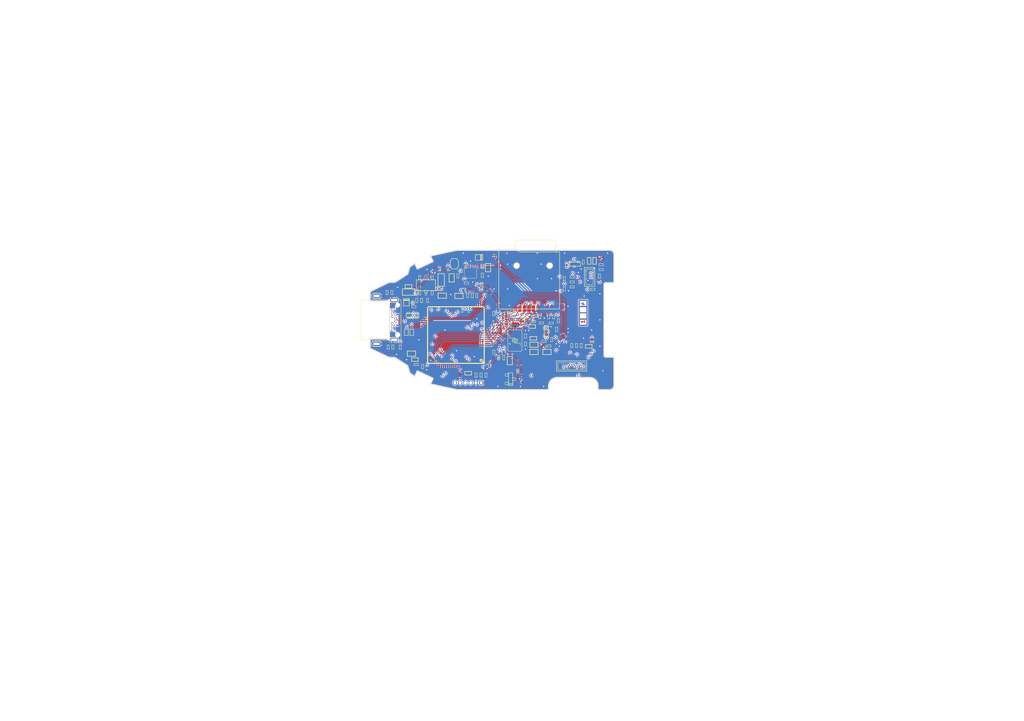
<source format=kicad_pcb>
(kicad_pcb (version 20210126) (generator pcbnew)
  (layers (0 "F.Cu" signal) (1 "In1.Cu" signal) (2 "In2.Cu" signal) (31 "B.Cu" signal) (34 "B.Paste" user) (35 "F.Paste" user) (36 "B.SilkS" user "B.Silkscreen") (37 "F.SilkS" user "F.Silkscreen") (38 "B.Mask" user) (39 "F.Mask" user) (44 "Edge.Cuts" user))
  (net 0 "")
  (net 1 "VCC")
  (net 2 "GND")
  (net 3 "Net-(C1-PadP$2)")
  (net 4 "Net-(C2-PadP$2)")
  (net 5 "Net-(C3-PadP$2)")
  (net 6 "Net-(C12-Pad2)")
  (net 7 "Net-(C13-Pad2)")
  (net 8 "/LEDA")
  (net 9 "Net-(C18-PadP$2)")
  (net 10 "VBAT")
  (net 11 "VCC-2")
  (net 12 "Net-(C20-PadP$2)")
  (net 13 "Net-(C21-PadP$2)")
  (net 14 "Net-(C22-Pad2)")
  (net 15 "Net-(C25-PadP$2)")
  (net 16 "Net-(C36-PadP$1)")
  (net 17 "Net-(C37-PadP$1)")
  (net 18 "Net-(C38-PadP$1)")
  (net 19 "Net-(C39-PadP$1)")
  (net 20 "Net-(C40-PadP$1)")
  (net 21 "Net-(C43-PadP$1)")
  (net 22 "Net-(C48-PadP$2)")
  (net 23 "Net-(C50-PadP$2)")
  (net 24 "Net-(C58-PadP$2)")
  (net 25 "Net-(D1-PadK)")
  (net 26 "/VBUS")
  (net 27 "/SBU1")
  (net 28 "/DN")
  (net 29 "/DP")
  (net 30 "/SBU2")
  (net 31 "Net-(D6-PadA)")
  (net 32 "Net-(IC2-Pad93)")
  (net 33 "Net-(IC2-Pad92)")
  (net 34 "Net-(IC2-Pad89)")
  (net 35 "Net-(IC2-Pad88)")
  (net 36 "Net-(IC2-Pad86)")
  (net 37 "Net-(IC2-Pad85)")
  (net 38 "Net-(IC2-Pad83)")
  (net 39 "Net-(IC2-Pad82)")
  (net 40 "Net-(IC2-Pad81)")
  (net 41 "Net-(IC2-Pad80)")
  (net 42 "Net-(IC2-Pad79)")
  (net 43 "Net-(IC2-Pad78)")
  (net 44 "Net-(IC2-Pad76)")
  (net 45 "Net-(IC2-Pad72)")
  (net 46 "Net-(IC2-Pad66)")
  (net 47 "Net-(IC2-Pad65)")
  (net 48 "Net-(IC2-Pad62)")
  (net 49 "Net-(IC2-Pad61)")
  (net 50 "Net-(IC2-Pad59)")
  (net 51 "Net-(IC2-Pad58)")
  (net 52 "/HS_VBUS")
  (net 53 "/TOUCH_ON")
  (net 54 "Net-(IC2-Pad42)")
  (net 55 "Net-(IC2-Pad41)")
  (net 56 "Net-(IC2-Pad40)")
  (net 57 "Net-(IC2-Pad39)")
  (net 58 "Net-(IC2-Pad38)")
  (net 59 "/REST")
  (net 60 "/MCU_EINT")
  (net 61 "/PWM")
  (net 62 "/SD_ON")
  (net 63 "Net-(IC2-Pad8)")
  (net 64 "Net-(IC2-Pad7)")
  (net 65 "Net-(IC5-Pad7)")
  (net 66 "Net-(IC5-Pad5)")
  (net 67 "Net-(IC5-Pad2)")
  (net 68 "/LEDK")
  (net 69 "/CC2")
  (net 70 "/CC1")
  (net 71 "Net-(K6-Pad4)")
  (footprint "CYM1A113:0402" (layer "F.Cu") (at 147.8376 116.0036 -90)
    (fp_text reference "C20" hide)
    (fp_text value "100n")
  )
  (footprint "CYM1A113:0402" (layer "F.Cu") (at 156.5376 110.8536 90)
    (fp_text reference "C2" hide)
    (fp_text value "22p")
  )
  (footprint "CYM1A113:DF37NB-10DS-0.4V" (layer "F.Cu") (at 172.0426 94.5986 -90)
    (fp_text reference "K6" hide)
    (fp_text value "DF37NB-10DS-0.4V")
  )
  (footprint "CYM1A113:0402" (layer "F.Cu") (at 146.1106 94.1906 -90)
    (fp_text reference "R26" hide)
    (fp_text value "N.C.")
  )
  (footprint "CYM1A113:0402" (layer "F.Cu") (at 164.4876 105.2036 -90)
    (fp_text reference "C36" hide)
    (fp_text value "47p")
  )
  (footprint "CYM1A113:0402" (layer "F.Cu") (at 132.8456 100.2866 -90)
    (fp_text reference "C10" hide)
    (fp_text value "100n")
  )
  (footprint "CYM1A113:0402" (layer "F.Cu") (at 159.9876 104.2036 -90)
    (fp_text reference "R22" hide)
    (fp_text value "68R")
  )
  (footprint "CYM1A113:CENTR" (layer "F.Cu") (at 135.9846 90.7126)
    (fp_text reference "REF**" hide)
    (fp_text value "Val**" hide)
  )
  (footprint "CYM1A113:0402" (layer "F.Cu") (at 130.2596 100.2866 90)
    (fp_text reference "R1" hide)
    (fp_text value "22R")
  )
  (footprint "CYM1A113:0402" (layer "F.Cu") (at 123.3206 111.5896 90)
    (fp_text reference "R6" hide)
    (fp_text value "1M")
  )
  (footprint "CYM1A113:0402" (layer "F.Cu") (at 145.9026 96.4266 90)
    (fp_text reference "R10" hide)
    (fp_text value "68R")
  )
  (footprint "CYM1A113:0603_REFLOW" (layer "F.Cu") (at 128.2376 96.9036)
    (fp_text reference "C4" hide)
    (fp_text value "1u")
  )
  (footprint "CYM1A113:0402" (layer "F.Cu") (at 161.0376 110.1536 180)
    (fp_text reference "R2" hide)
    (fp_text value "470k")
  )
  (footprint "CYM1A113:MB1.27" (layer "F.Cu") (at 147.9376 95.7036)
    (fp_text reference "TP6" hide)
    (fp_text value "MB_1.27" hide)
  )
  (footprint "CYM1A113:BADMARK" (layer "F.Cu") (at 173.522 101.7632)
    (fp_text reference "REF**" hide)
    (fp_text value "Val**" hide)
  )
  (footprint "CYM1A113:0402" (layer "F.Cu") (at 158.4376 105.3536)
    (fp_text reference "C27" hide)
    (fp_text value "100n")
  )
  (footprint "CYM1A113:0402" (layer "F.Cu") (at 130.0876 115.8036)
    (fp_text reference "C29" hide)
    (fp_text value "100n")
  )
  (footprint "CYM1A113:0805_REFLOW" (layer "F.Cu") (at 128.9436 113.1606)
    (fp_text reference "C12" hide)
    (fp_text value "2u2")
  )
  (footprint "CYM1A113:SOT23_REFLOW" (layer "F.Cu") (at 168.3376 91.5036 180)
    (fp_text reference "T2" hide)
    (fp_text value "DMG3415U-7")
  )
  (footprint "CYM1A113:0402" (layer "F.Cu") (at 124.2096 98.3816 -90)
    (fp_text reference "R7" hide)
    (fp_text value "1M")
  )
  (footprint "CYM1A113:MB1.27" (layer "F.Cu") (at 175.3376 90.2036)
    (fp_text reference "TP16" hide)
    (fp_text value "MB_1.27" hide)
  )
  (footprint "CYM1A113:0402" (layer "F.Cu") (at 124.4636 111.5896 90)
    (fp_text reference "C1" hide)
    (fp_text value "1n")
  )
  (footprint "CYM1A113:0402" (layer "F.Cu") (at 174.8376 92.8036)
    (fp_text reference "C49" hide)
    (fp_text value "10n")
  )
  (footprint "CYM1A113:SOT89-5" (layer "F.Cu") (at 132.4646 96.6036 180)
    (fp_text reference "IC6" hide)
    (fp_text value "XC6210B332PR")
  )
  (footprint "CYM1A113:0603_REFLOW" (layer "F.Cu") (at 129.7876 114.6036)
    (fp_text reference "C52" hide)
    (fp_text value "1u")
  )
  (footprint "CYM1A113:0402" (layer "F.Cu") (at 174.8376 91.6286)
    (fp_text reference "C24" hide)
    (fp_text value "100n")
  )
  (footprint "CYM1A113:0402" (layer "F.Cu") (at 160.3876 105.7536)
    (fp_text reference "C40" hide)
    (fp_text value "47p")
  )
  (footprint "CYM1A113:LQFP100_NO_CENTER_NO_TDOCU" (layer "F.Cu") (at 139.7036 108.6686 180)
    (fp_text reference "IC2" hide)
    (fp_text value "STM32F427VIT6")
  )
  (footprint "CYM1A113:MB1.27" (layer "F.Cu") (at 130.0376 111.5036)
    (fp_text reference "TP1" hide)
    (fp_text value "MB_1.27" hide)
  )
  (footprint "CYM1A113:0402" (layer "F.Cu") (at 129.5376 101.8036 180)
    (fp_text reference "R4" hide)
    (fp_text value "5k1")
  )
  (footprint "CYM1A113:0402" (layer "F.Cu") (at 148.8876 112.8036 90)
    (fp_text reference "C11" hide)
    (fp_text value "1n")
  )
  (footprint "CYM1A113:0805_REFLOW" (layer "F.Cu") (at 161.7376 112.7536 180)
    (fp_text reference "C51" hide)
    (fp_text value "2u2")
  )
  (footprint "CYM1A113:MB1.5" (layer "F.Cu") (at 156.2376 119.0536)
    (fp_text reference "TP3" hide)
    (fp_text value "MB_1.50" hide)
  )
  (footprint "CYM1A113:CENTR" (layer "F.Cu") (at 176.4376 94.4536)
    (fp_text reference "REF**" hide)
    (fp_text value "Val**" hide)
  )
  (footprint "CYM1A113:0402" (layer "F.Cu") (at 165.9376 95.0036 -90)
    (fp_text reference "R17" hide)
    (fp_text value "470k")
  )
  (footprint "CYM1A113:0402" (layer "F.Cu") (at 146.1106 92.0316 -90)
    (fp_text reference "R25" hide)
    (fp_text value "0R")
  )
  (footprint "CYM1A113:0402" (layer "F.Cu") (at 156.8376 104.2036 -90)
    (fp_text reference "R21" hide)
    (fp_text value "68R")
  )
  (footprint "CYM1A113:MB1.5" (layer "F.Cu") (at 134.8376 92.7036)
    (fp_text reference "TP5" hide)
    (fp_text value "MB_1.50" hide)
  )
  (footprint "CYM1A113:0603_REFLOW" (layer "F.Cu") (at 171.8376 111.4036)
    (fp_text reference "L4" hide)
    (fp_text value "BLM18AG102SN1D")
  )
  (footprint "CYM1A113:0805_REFLOW" (layer "F.Cu") (at 140.4376 99.2036)
    (fp_text reference "C34" hide)
    (fp_text value "2u2")
  )
  (footprint "CYM1A113:0603_REFLOW" (layer "F.Cu") (at 158.1376 106.6036)
    (fp_text reference "C22" hide)
    (fp_text value "1u")
  )
  (footprint "CYM1A113:SOD882D" (layer "F.Cu") (at 127.7376 108.0036 90)
    (fp_text reference "D2" hide)
    (fp_text value "PESD5V0F1BLD")
  )
  (footprint "CYM1A113:ATTEND_112J-TXAR-R01_SMALL" (layer "F.Cu") (at 157.4376 91.8536 180)
    (fp_text reference "K3" hide)
    (fp_text value "ATTEND_112J-TDAR-R01" hide)
  )
  (footprint "CYM1A113:0402" (layer "F.Cu") (at 156.5376 108.9036 -90)
    (fp_text reference "C3" hide)
    (fp_text value "22p")
  )
  (footprint "CYM1A113:0402" (layer "F.Cu") (at 155.9376 106.1036 180)
    (fp_text reference "C39" hide)
    (fp_text value "47p")
  )
  (footprint "CYM1A113:0402" (layer "F.Cu") (at 126.2416 111.5896 90)
    (fp_text reference "R5" hide)
    (fp_text value "5k1")
  )
  (footprint "CYM1A113:0402" (layer "F.Cu") (at 162.1876 111.3036 180)
    (fp_text reference "C57" hide)
    (fp_text value "220p")
  )
  (footprint "CYM1A113:0402" (layer "F.Cu") (at 140.2146 94.3176 90)
    (fp_text reference "C16" hide)
    (fp_text value "100n")
  )
  (footprint "CYM1A113:0402" (layer "F.Cu") (at 142.5376 99.1036 -90)
    (fp_text reference "C33" hide)
    (fp_text value "1n")
  )
  (footprint "CYM1A113:0402" (layer "F.Cu") (at 167.8376 97.0036 180)
    (fp_text reference "C50" hide)
    (fp_text value "220p")
  )
  (footprint "CYM1A113:MB1.27" (layer "F.Cu") (at 138.2376 97.3536)
    (fp_text reference "TP12" hide)
    (fp_text value "MB_1.27" hide)
  )
  (footprint "CYM1A113:WSON-8_3X3MM" (layer "F.Cu") (at 143.2626 93.4286 -90)
    (fp_text reference "IC5" hide)
    (fp_text value "TPS61043")
  )
  (footprint "CYM1A113:SOD323F" (layer "F.Cu") (at 127.7376 100.7036 90)
    (fp_text reference "D1" hide)
    (fp_text value "PMEG3005")
  )
  (footprint "CYM1A113:0805_REFLOW" (layer "F.Cu") (at 136.4016 99.1436 180)
    (fp_text reference "C13" hide)
    (fp_text value "2u2")
  )
  (footprint "CYM1A113:0402" (layer "F.Cu") (at 144.7866 96.4266 90)
    (fp_text reference "R9" hide)
    (fp_text value "330R")
  )
  (footprint "CYM1A113:0402" (layer "F.Cu") (at 149.2876 106.2536 180)
    (fp_text reference "C41" hide)
    (fp_text value "100n")
  )
  (footprint "CYM1A113:0402" (layer "F.Cu") (at 170.5126 91.0036 -90)
    (fp_text reference "C58" hide)
    (fp_text value "1n")
  )
  (footprint "CYM1A113:0402" (layer "F.Cu") (at 146.9876 118.3536 90)
    (fp_text reference "C28" hide)
    (fp_text value "100n")
  )
  (footprint "CYM1A113:0402" (layer "F.Cu") (at 162.1376 104.2036 -90)
    (fp_text reference "R23" hide)
    (fp_text value "68R")
  )
  (footprint "CYM1A113:0402" (layer "F.Cu") (at 131.4026 100.2866 90)
    (fp_text reference "R11" hide)
    (fp_text value "N.C.")
  )
  (footprint "CYM1A113:0603" (layer "F.Cu") (at 136.1476 95.3446 -90)
    (fp_text reference "C5" hide)
    (fp_text value "1u")
  )
  (footprint "CYM1A113:CENTR" (layer "F.Cu") (at 176.2376 115.7036)
    (fp_text reference "REF**" hide)
    (fp_text value "Val**" hide)
  )
  (footprint "CYM1A113:L_2.5X2.0" (layer "F.Cu") (at 139.3226 91.3966 90)
    (fp_text reference "L1" hide)
    (fp_text value "4u7 VLS252008ET-4R7M")
  )
  (footprint "CYM1A113:0402" (layer "F.Cu") (at 145.7876 118.3536 90)
    (fp_text reference "C8" hide)
    (fp_text value "10n")
  )
  (footprint "CYM1A113:MB1.27" (layer "F.Cu") (at 165.608 109.0036)
    (fp_text reference "TP4" hide)
    (fp_text value "MB_1.27" hide)
  )
  (footprint "CYM1A113:0402" (layer "F.Cu") (at 154.0876 105.0536 180)
    (fp_text reference "C38" hide)
    (fp_text value "47p")
  )
  (footprint "CYM1A113:MB1.27" (layer "F.Cu") (at 147.9376 89.9536)
    (fp_text reference "TP7" hide)
    (fp_text value "MB_1.27" hide)
  )
  (footprint "CYM1A113:0402" (layer "F.Cu") (at 149.0376 110.1536 90)
    (fp_text reference "C31" hide)
    (fp_text value "100n")
  )
  (footprint "CYM1A113:DF37NB-24DS-0.4V" (layer "F.Cu") (at 167.6896 116.1616)
    (fp_text reference "K4" hide)
    (fp_text value "DF37NB-24DS-0.4V")
  )
  (footprint "CYM1A113:USB_C_JAE_DX07B024XJ1" (layer "F.Cu") (at 120.5376 105.0036 -90)
    (fp_text reference "K1" hide)
    (fp_text value "DX07B024XJ1R1300")
  )
  (footprint "CYM1A113:0402" (layer "F.Cu") (at 158.4376 104.1536)
    (fp_text reference "C23" hide)
    (fp_text value "10n")
  )
  (footprint "CYM1A113:0402" (layer "F.Cu") (at 165.9376 97.5036 -90)
    (fp_text reference "R24" hide)
    (fp_text value "22k")
  )
  (footprint "CYM1A113:0402" (layer "F.Cu") (at 144.7376 99.1036 -90)
    (fp_text reference "C7" hide)
    (fp_text value "100n")
  )
  (footprint "CYM1A113:0402" (layer "F.Cu") (at 153.7376 103.5036 90)
    (fp_text reference "R19" hide)
    (fp_text value "68R")
  )
  (footprint "CYM1A113:0805_REFLOW" (layer "F.Cu") (at 147.4876 92.3536 90)
    (fp_text reference "C15" hide)
    (fp_text value "4u7/16V")
  )
  (footprint "CYM1A113:0603" (layer "F.Cu") (at 128.2736 98.2626 180)
    (fp_text reference "R8" hide)
    (fp_text value "MF-FSMF020X-2")
  )
  (footprint "CYM1A113:0402" (layer "F.Cu") (at 163.3376 104.2036 -90)
    (fp_text reference "R18" hide)
    (fp_text value "68R")
  )
  (footprint "CYM1A113:0805_REFLOW" (layer "F.Cu") (at 138.6876 94.8256 -90)
    (fp_text reference "C14" hide)
    (fp_text value "4u7/16V")
  )
  (footprint "CYM1A113:MB1.5" (layer "F.Cu") (at 147.9376 98.2036)
    (fp_text reference "TP11" hide)
    (fp_text value "MB_1.50" hide)
  )
  (footprint "CYM1A113:MB1.5" (layer "F.Cu") (at 147.9376 100.7036)
    (fp_text reference "TP10" hide)
    (fp_text value "MB_1.50" hide)
  )
  (footprint "CYM1A113:0402" (layer "F.Cu") (at 149.2876 107.4536 180)
    (fp_text reference "C42" hide)
    (fp_text value "10n")
  )
  (footprint "CYM1A113:0402" (layer "F.Cu") (at 151.2876 114.1536 90)
    (fp_text reference "C44" hide)
    (fp_text value "100n")
  )
  (footprint "CYM1A113:0603_REFLOW" (layer "F.Cu") (at 173.2376 90.7036 90)
    (fp_text reference "C19" hide)
    (fp_text value "1u")
  )
  (footprint "CYM1A113:0402" (layer "F.Cu") (at 170.0376 111.2036 -90)
    (fp_text reference "C18" hide)
    (fp_text value "100n")
  )
  (footprint "CYM1A113:0402" (layer "F.Cu") (at 148.8746 103.4806 -90)
    (fp_text reference "C9" hide)
    (fp_text value "100n")
  )
  (footprint "CYM1A113:MB1.27" (layer "F.Cu") (at 126.6146 113.3956)
    (fp_text reference "TP13" hide)
    (fp_text value "MB_1.27" hide)
  )
  (footprint "CYM1A113:0603_REFLOW" (layer "F.Cu") (at 151.9376 106.0526 180)
    (fp_text reference "L2" hide)
    (fp_text value "BLM18AG102SN1D")
  )
  (footprint "CYM1A113:MB1.27" (layer "F.Cu") (at 148.4376 120.0036)
    (fp_text reference "TP14" hide)
    (fp_text value "MB_1.27" hide)
  )
  (footprint "CYM1A113:0402" (layer "F.Cu") (at 162.8876 109.7536 -90)
    (fp_text reference "R3" hide)
    (fp_text value "22k")
  )
  (footprint "CYM1A113:0402" (layer "F.Cu") (at 143.6376 99.1036 -90)
    (fp_text reference "C30" hide)
    (fp_text value "10n")
  )
  (footprint "CYM1A113:SOD323F" (layer "F.Cu") (at 145.2946 89.8726)
    (fp_text reference "D6" hide)
    (fp_text value "PMEG4005")
  )
  (footprint "CYM1A113:SOD882D" (layer "F.Cu") (at 129.0376 108.0036 90)
    (fp_text reference "D4" hide)
    (fp_text value "PESD5V0F1BLD")
  )
  (footprint "CYM1A113:0603_REFLOW" (layer "F.Cu") (at 158.4376 109.4536)
    (fp_text reference "C53" hide)
    (fp_text value "1u")
  )
  (footprint "CYM1A113:0805_REFLOW" (layer "F.Cu") (at 158.5876 112.7536)
    (fp_text reference "C35" hide)
    (fp_text value "2u2")
  )
  (footprint "CYM1A113:0402" (layer "F.Cu") (at 155.6376 104.2036 -90)
    (fp_text reference "R20" hide)
    (fp_text value "68R")
  )
  (footprint "CYM1A113:0402" (layer "F.Cu") (at 164.0376 107.2786 90)
    (fp_text reference "C48" hide)
    (fp_text value "100n")
  )
  (footprint "CYM1A113:0402" (layer "F.Cu") (at 154.6376 117.4036 90)
    (fp_text reference "C55" hide)
    (fp_text value "100n")
  )
  (footprint "CYM1A113:0402" (layer "F.Cu") (at 123.0666 98.3816 -90)
    (fp_text reference "C25" hide)
    (fp_text value "1n")
  )
  (footprint "CYM1A113:0402" (layer "F.Cu") (at 172.8376 97.6036 180)
    (fp_text reference "R13" hide)
    (fp_text value "100R")
  )
  (footprint "CYM1A113:0402" (layer "F.Cu") (at 168.8876 111.2036 -90)
    (fp_text reference "C26" hide)
    (fp_text value "100n")
  )
  (footprint "CYM1A113:0402" (layer "F.Cu") (at 167.7376 111.2036 -90)
    (fp_text reference "C47" hide)
    (fp_text value "10n")
  )
  (footprint "CYM1A113:SWD" (layer "F.Cu") (at 145.8196 120.2036 180)
    (fp_text reference "K5" hide)
    (fp_text value "SWD" hide)
  )
  (footprint "CYM1A113:MB_1.00" (layer "F.Cu") (at 127.5376 111.1036)
    (fp_text reference "TP20" hide)
    (fp_text value "MB_1.00" hide)
  )
  (footprint "CYM1A113:0402" (layer "F.Cu") (at 142.2466 96.0956 180)
    (fp_text reference "R14" hide)
    (fp_text value "27R")
  )
  (footprint "CYM1A113:0402" (layer "F.Cu") (at 162.7376 105.7536)
    (fp_text reference "C43" hide)
    (fp_text value "47p")
  )
  (footprint "CYM1A113:0603_REFLOW" (layer "F.Cu") (at 151.0376 104.1036 90)
    (fp_text reference "C56" hide)
    (fp_text value "1u")
  )
  (footprint "CYM1A113:SOT23_REFLOW" (layer "F.Cu") (at 161.5876 107.9036 -90)
    (fp_text reference "T1" hide)
    (fp_text value "DMG3415U-7")
  )
  (footprint "CYM1A113:0402" (layer "F.Cu") (at 167.8376 95.8036 180)
    (fp_text reference "R16" hide)
    (fp_text value "1k5")
  )
  (footprint "CYM1A113:0402" (layer "F.Cu") (at 152.5376 103.5036 -90)
    (fp_text reference "C37" hide)
    (fp_text value "47p")
  )
  (footprint "CYM1A113:MB1.27" (layer "F.Cu") (at 137.8876 119.1536)
    (fp_text reference "TP2" hide)
    (fp_text value "MB_1.27" hide)
  )
  (footprint "CYM1A113:SOT23_MEDIUM_SIZE" (layer "F.Cu") (at 152.9376 119.3536 -90)
    (fp_text reference "IC1" hide)
    (fp_text value "MIC803-29D2VC3")
  )
  (footprint "CYM1A113:SOT143B_REFLOW" (layer "F.Cu") (at 129.2376 103.9036)
    (fp_text reference "D3" hide)
    (fp_text value "PRTR5V0U2X")
  )
  (footprint "CYM1A113:MB1.27" (layer "F.Cu") (at 155.0376 115.4036)
    (fp_text reference "TP9" hide)
    (fp_text value "MB_1.27" hide)
  )
  (footprint "CYM1A113:MB1.27" (layer "F.Cu") (at 140.4376 118.1536)
    (fp_text reference "TP8" hide)
    (fp_text value "MB_1.27" hide)
  )
  (footprint "CYM1A113:CENTR" (layer "F.Cu") (at 158.6376 120.2036)
    (fp_text reference "REF**" hide)
    (fp_text value "Val**" hide)
  )
  (footprint "CYM1A113:0603_REFLOW" (layer "F.Cu") (at 142.6876 117.9036 180)
    (fp_text reference "C54" hide)
    (fp_text value "1u")
  )
  (footprint "CYM1A113:0402" (layer "F.Cu") (at 150.0876 114.1536 90)
    (fp_text reference "C32" hide)
    (fp_text value "10n")
  )
  (footprint "CYM1A113:0402" (layer "F.Cu") (at 131.6376 116.3036 90)
    (fp_text reference "C6" hide)
    (fp_text value "10n")
  )
  (footprint "CYM1A113:0603_REFLOW" (layer "F.Cu") (at 171.9376 90.7036 90)
    (fp_text reference "L3" hide)
    (fp_text value "BLM18AG102SN1D")
  )
  (footprint "CYM1A113:0805_REFLOW" (layer "F.Cu") (at 158.5876 111.0036)
    (fp_text reference "C17" hide)
    (fp_text value "2u2")
  )
  (footprint "CYM1A113:0402" (layer "F.Cu") (at 174.4376 94.4036 -90)
    (fp_text reference "R12" hide)
    (fp_text value "10k")
  )
  (footprint "CYM1A113:MB_1.00" (layer "F.Cu") (at 126.0376 98.3036)
    (fp_text reference "TP19" hide)
    (fp_text value "MB_1.00" hide)
  )
  (footprint "CYM1A113:0402" (layer "F.Cu") (at 167.8376 94.6036 180)
    (fp_text reference "R15" hide)
    (fp_text value "1k5")
  )
  (footprint "CYM1A113:0402" (layer "F.Cu") (at 144.5876 118.3536 90)
    (fp_text reference "C46" hide)
    (fp_text value "1n")
  )
  (footprint "CYM1A113:MB1.27" (layer "F.Cu") (at 158.4376 108.0536)
    (fp_text reference "TP15" hide)
    (fp_text value "MB_1.27" hide)
  )
  (footprint "CYM1A113:0805_REFLOW" (layer "F.Cu") (at 152.7376 114.8536 90)
    (fp_text reference "C45" hide)
    (fp_text value "2u2")
  )
  (footprint "CYM1A113:X6,0X3,5" (layer "F.Cu") (at 153.9876 110.0036 90)
    (fp_text reference "X1" hide)
    (fp_text value "CTS406 8MHz")
  )
  (footprint "CYM1A113:0402" (layer "F.Cu") (at 151.3346 107.6826 90)
    (fp_text reference "C21" hide)
    (fp_text value "100n")
  )
  (gr_line (start 171.4196 100.2284) (end 171.4196 106.3284) (layer "F.Cu") (width 0.254))
  (gr_line (start 169.5196 100.2284) (end 171.4196 100.2284) (layer "F.Cu") (width 0.254))
  (gr_line (start 171.4196 106.3284) (end 169.5196 106.3284) (layer "F.Cu") (width 0.254))
  (gr_line (start 169.5196 101.7534) (end 171.4196 101.7534) (layer "F.Cu") (width 0.254))
  (gr_line (start 169.5196 103.2784) (end 171.4196 103.2784) (layer "F.Cu") (width 0.254))
  (gr_line (start 169.5196 106.3284) (end 169.5196 100.2284) (layer "F.Cu") (width 0.254))
  (gr_line (start 169.5446 104.8034) (end 171.4196 104.8034) (layer "F.Cu") (width 0.254))
  (gr_line (start 171.4196 106.3284) (end 169.5196 106.3284) (layer "B.Cu") (width 0.254))
  (gr_line (start 169.5446 103.2784) (end 171.4196 103.2784) (layer "B.Cu") (width 0.254))
  (gr_line (start 169.5196 106.3284) (end 169.5196 100.2284) (layer "B.Cu") (width 0.254))
  (gr_line (start 169.5196 104.8034) (end 171.4196 104.8034) (layer "B.Cu") (width 0.254))
  (gr_line (start 171.4196 100.2284) (end 171.4196 106.3284) (layer "B.Cu") (width 0.254))
  (gr_line (start 169.5196 101.7534) (end 171.4196 101.7534) (layer "B.Cu") (width 0.254))
  (gr_line (start 169.5196 100.2284) (end 171.4196 100.2284) (layer "B.Cu") (width 0.254))
  (gr_arc (start 176.9376 89.1036) (end 177.9376 89.1036) (angle -90) (layer "Edge.Cuts") (width 0.127))
  (gr_arc (start 172.0536 120.987601) (end 172.0536 118.9556) (angle 90) (layer "Edge.Cuts") (width 0.127))
  (gr_line (start 177.9376 120.9036) (end 177.9376 114.0036) (layer "Edge.Cuts") (width 0.127))
  (gr_line (start 174.0856 120.9876) (end 174.0856 121.9036) (layer "Edge.Cuts") (width 0.127))
  (gr_line (start 118.9376 100.439) (end 118.9376 98.1286) (layer "Edge.Cuts") (width 0.127))
  (gr_line (start 123.4376 95.9536) (end 118.9376 98.1286) (layer "Edge.Cuts") (width 0.127))
  (gr_line (start 130.3876 92.6536) (end 129.7376 91.3036) (layer "Edge.Cuts") (width 0.127))
  (gr_line (start 118.9376 111.8786) (end 123.5376 114.1036) (layer "Edge.Cuts") (width 0.127))
  (gr_line (start 177.9376 96.0036) (end 177.9376 89.1036) (layer "Edge.Cuts") (width 0.127))
  (gr_line (start 123.6508 100.439) (end 118.9376 100.439) (layer "Edge.Cuts") (width 0.127))
  (gr_line (start 176.0376 96.0036) (end 177.9376 96.0036) (layer "Edge.Cuts") (width 0.127))
  (gr_line (start 133.5376 120.5036) (end 139.8876 121.9036) (layer "Edge.Cuts") (width 0.127))
  (gr_arc (start 164.1986 120.987601) (end 164.1986 118.9556) (angle -90) (layer "Edge.Cuts") (width 0.127))
  (gr_line (start 128.5376 92.2036) (end 128.0376 93.9036) (layer "Edge.Cuts") (width 0.127))
  (gr_line (start 134.1876 119.1536) (end 133.5376 120.5036) (layer "Edge.Cuts") (width 0.127))
  (gr_line (start 164.1986 118.9556) (end 172.0536 118.9556) (layer "Edge.Cuts") (width 0.127))
  (gr_line (start 118.9376 111.8786) (end 118.9376 109.5736) (layer "Edge.Cuts") (width 0.127))
  (gr_line (start 175.5376 113.5036) (end 175.5376 96.5036) (layer "Edge.Cuts") (width 0.127))
  (gr_line (start 174.0856 121.9036) (end 176.9376 121.9036) (layer "Edge.Cuts") (width 0.127))
  (gr_line (start 130.3876 117.3536) (end 134.1876 119.1536) (layer "Edge.Cuts") (width 0.127))
  (gr_line (start 123.5376 95.9036) (end 123.4376 95.9536) (layer "Edge.Cuts") (width 0.127))
  (gr_line (start 124.9376 95.9036) (end 123.5376 95.9036) (layer "Edge.Cuts") (width 0.127))
  (gr_line (start 177.9376 114.0036) (end 176.0376 114.0036) (layer "Edge.Cuts") (width 0.127))
  (gr_line (start 124.9376 114.1036) (end 128.0376 116.1036) (layer "Edge.Cuts") (width 0.127))
  (gr_line (start 123.5376 114.1036) (end 124.9376 114.1036) (layer "Edge.Cuts") (width 0.127))
  (gr_line (start 139.8876 121.9036) (end 162.1666 121.9036) (layer "Edge.Cuts") (width 0.127))
  (gr_arc (start 176.0376 113.5036) (end 176.0376 114.0036) (angle 90) (layer "Edge.Cuts") (width 0.127))
  (gr_line (start 133.5376 89.5036) (end 134.1876 90.8536) (layer "Edge.Cuts") (width 0.127))
  (gr_line (start 128.0376 116.1036) (end 128.5376 117.8036) (layer "Edge.Cuts") (width 0.127))
  (gr_line (start 118.9376 109.5736) (end 123.6508 109.5736) (layer "Edge.Cuts") (width 0.127))
  (gr_line (start 139.8876 88.1036) (end 133.5376 89.5036) (layer "Edge.Cuts") (width 0.127))
  (gr_line (start 128.0376 93.9036) (end 124.9376 95.9036) (layer "Edge.Cuts") (width 0.127))
  (gr_line (start 123.6508 109.5736) (end 123.6508 100.439) (layer "Edge.Cuts") (width 0.127))
  (gr_line (start 134.1876 90.8536) (end 130.3876 92.6536) (layer "Edge.Cuts") (width 0.127))
  (gr_arc (start 176.9376 120.9036) (end 176.9376 121.9036) (angle -90) (layer "Edge.Cuts") (width 0.127))
  (gr_arc (start 176.0376 96.5036) (end 175.5376 96.5036) (angle 90) (layer "Edge.Cuts") (width 0.127))
  (gr_line (start 176.9376 88.1036) (end 139.8876 88.1036) (layer "Edge.Cuts") (width 0.127))
  (gr_line (start 129.7376 118.7036) (end 130.3876 117.3536) (layer "Edge.Cuts") (width 0.127))
  (gr_line (start 129.7376 91.3036) (end 128.5376 92.2036) (layer "Edge.Cuts") (width 0.127))
  (gr_line (start 162.1666 121.9036) (end 162.1666 120.9876) (layer "Edge.Cuts") (width 0.127))
  (gr_line (start 128.5376 117.8036) (end 129.7376 118.7036) (layer "Edge.Cuts") (width 0.127))
  (gr_text "1" (at 170.9186 105.9396 90) (layer "F.Cu") (effects (font (size 0.8128 0.8128) (thickness 0.2032)) (justify left bottom)))
  (gr_text "4" (at 170.9186 100.6056 -270) (layer "B.Cu") (effects (font (size 0.8128 0.8128) (thickness 0.2032)) (justify left bottom mirror)))
  (segment (start 137.7986 92.6666) (end 139.3226 92.6666) (width 0.3048) (layer "F.Cu") (net 1))
  (segment (start 139.3226 92.6466) (end 140.0846 92.6466) (width 0.3048) (layer "F.Cu") (net 1))
  (segment (start 129.0736 98.2626) (end 129.0376 98.2626) (width 0.3) (layer "F.Cu") (net 1))
  (segment (start 130.9646 98.0006) (end 130.9646 98.4536) (width 0.3) (layer "F.Cu") (net 1))
  (segment (start 139.3226 92.6666) (end 139.3226 92.6466) (width 0.3048) (layer "F.Cu") (net 1))
  (segment (start 130.2596 99.3316) (end 130.4876 99.1036) (width 0.2032) (layer "F.Cu") (net 1))
  (segment (start 134.8376 92.7036) (end 134.8376 92.7066) (width 0.2032) (layer "F.Cu") (net 1))
  (segment (start 140.0846 93.8096) (end 140.2146 93.8096) (width 0.3048) (layer "F.Cu") (net 1))
  (segment (start 130.4876 99.1036) (end 130.9646 99.1036) (width 0.2032) (layer "F.Cu") (net 1))
  (segment (start 129.0736 98.2626) (end 129.0736 98.0006) (width 0.3) (layer "F.Cu") (net 1))
  (segment (start 138.7536 93.8096) (end 138.6876 93.8756) (width 0.3048) (layer "F.Cu") (net 1))
  (segment (start 133.9886 94.7296) (end 133.9886 94.6986) (width 0.3048) (layer "F.Cu") (net 1))
  (segment (start 141.7876 93.7536) (end 140.2706 93.7536) (width 0.254) (layer "F.Cu") (net 1))
  (segment (start 135.8936 92.6666) (end 134.8776 92.6666) (width 0.6556) (layer "F.Cu") (net 1))
  (segment (start 133.9646 94.7536) (end 133.9886 94.7296) (width 0.3048) (layer "F.Cu") (net 1))
  (segment (start 137.7986 91.9046) (end 137.7986 92.6666) (width 0.6556) (layer "F.Cu") (net 1))
  (segment (start 130.2596 99.7786) (end 130.2596 99.3316) (width 0.2032) (layer "F.Cu") (net 1))
  (segment (start 130.9646 98.4536) (end 130.8136 98.4536) (width 0.3048) (layer "F.Cu") (net 1))
  (segment (start 130.0516 98.6506) (end 130.0516 98.0006) (width 0.6556) (layer "F.Cu") (net 1))
  (segment (start 140.0846 92.6466) (end 140.0846 93.8096) (width 0.3048) (layer "F.Cu") (net 1))
  (segment (start 140.2146 93.8096) (end 138.7536 93.8096) (width 0.3048) (layer "F.Cu") (net 1))
  (segment (start 134.8776 92.6666) (end 133.9886 93.5556) (width 0.6556) (layer "F.Cu") (net 1))
  (segment (start 129.0376 98.2626) (end 129.0376 96.9036) (width 0.3) (layer "F.Cu") (net 1))
  (segment (start 140.2706 93.7536) (end 140.2146 93.8096) (width 0.254) (layer "F.Cu") (net 1))
  (segment (start 133.9886 93.5556) (end 133.9886 94.6986) (width 0.6556) (layer "F.Cu") (net 1))
  (segment (start 130.9646 99.1036) (end 130.9646 98.4536) (width 0.2032) (layer "F.Cu") (net 1))
  (segment (start 134.8376 92.7066) (end 133.9886 93.5556) (width 0.2032) (layer "F.Cu") (net 1))
  (segment (start 130.0516 98.0006) (end 130.9646 98.0006) (width 0.3) (layer "F.Cu") (net 1))
  (segment (start 129.0736 98.0006) (end 130.0516 98.0006) (width 0.3) (layer "F.Cu") (net 1))
  (via (at 130.0516 98.0006) (size 0.6556) (drill 0.3) (layers "F.Cu" "B.Cu") (net 1))
  (via (at 137.7986 91.9046) (size 0.6556) (drill 0.3) (layers "F.Cu" "B.Cu") (net 1))
  (via (at 135.8936 92.6666) (size 0.6556) (drill 0.3) (layers "F.Cu" "B.Cu") (net 1))
  (via (at 137.7986 92.6666) (size 0.6556) (drill 0.3) (layers "F.Cu" "B.Cu") (net 1))
  (via (at 133.9886 93.5556) (size 0.6556) (drill 0.3) (layers "F.Cu" "B.Cu") (net 1))
  (via (at 130.0516 98.6506) (size 0.6556) (drill 0.3) (layers "F.Cu" "B.Cu") (net 1))
  (segment (start 133.9886 93.5556) (end 134.8776 92.6666) (width 0.6556) (layer "B.Cu") (net 1))
  (segment (start 134.8776 92.6666) (end 137.7986 92.6666) (width 0.6556) (layer "B.Cu") (net 1))
  (segment (start 133.9886 93.5556) (end 130.0516 97.4926) (width 0.6556) (layer "B.Cu") (net 1))
  (segment (start 130.0516 98.6506) (end 130.0516 98.0006) (width 0.6556) (layer "B.Cu") (net 1))
  (segment (start 130.0516 97.4926) (end 130.0516 98.0006) (width 0.6556) (layer "B.Cu") (net 1))
  (segment (start 137.7986 91.9046) (end 137.7986 92.6666) (width 0.6556) (layer "B.Cu") (net 1))
  (segment (start 126.2976 107.7052) (end 125.186 107.7052) (width 0.2032) (layer "F.Cu") (net 2))
  (segment (start 140.2146 94.8256) (end 139.4496 94.8256) (width 0.254) (layer "F.Cu") (net 2))
  (segment (start 143.5876 93.8096) (end 143.5876 94.8536) (width 0.254) (layer "F.Cu") (net 2))
  (segment (start 126.9376 112.0976) (end 126.9376 112.1036) (width 0.254) (layer "F.Cu") (net 2))
  (segment (start 126.2976 107.7536) (end 126.2976 107.7052) (width 0.2032) (layer "F.Cu") (net 2))
  (segment (start 132.7186 99.7786) (end 132.7186 97.4926) (width 0.254) (layer "F.Cu") (net 2))
  (segment (start 170.6926 93.7986) (end 170.6976 93.8036) (width 0.2032) (layer "F.Cu") (net 2))
  (segment (start 166.6736 114.8276) (end 166.6896 114.8116) (width 0.2032) (layer "F.Cu") (net 2))
  (segment (start 170.6976 93.8036) (end 171.4376 93.8036) (width 0.2032) (layer "F.Cu") (net 2))
  (segment (start 143.5876 93.4286) (end 143.5876 93.8096) (width 0.254) (layer "F.Cu") (net 2))
  (segment (start 143.2626 93.4286) (end 143.5876 93.4286) (width 0.254) (layer "F.Cu") (net 2))
  (segment (start 165.4896 115.3586) (end 165.6576 115.5266) (width 0.2032) (layer "F.Cu") (net 2))
  (segment (start 142.8786 95.9716) (end 142.7546 96.0956) (width 0.2032) (layer "F.Cu") (net 2))
  (segment (start 142.9376 95.5286) (end 142.8786 95.5876) (width 0.2032) (layer "F.Cu") (net 2))
  (segment (start 142.7516 96.0986) (end 142.7516 96.8576) (width 0.2032) (layer "F.Cu") (net 2))
  (segment (start 166.2896 117.9426) (end 166.1656 118.0666) (width 0.2032) (layer "F.Cu") (net 2))
  (segment (start 126.2976 102.2536) (end 126.2976 102.2036) (width 0.2032) (layer "F.Cu") (net 2))
  (segment (start 165.4896 117.8986) (end 165.6576 118.0666) (width 0.2032) (layer "F.Cu") (net 2))
  (segment (start 148.4376 110.1686) (end 148.4376 110.6616) (width 0.2032) (layer "F.Cu") (net 2))
  (segment (start 146.1106 94.6986) (end 145.6218 94.6986) (width 0.254) (layer "F.Cu") (net 2))
  (segment (start 126.2416 112.0976) (end 126.9376 112.0976) (width 0.254) (layer "F.Cu") (net 2))
  (segment (start 140.2146 94.8256) (end 140.8466 94.8256) (width 0.254) (layer "F.Cu") (net 2))
  (segment (start 166.5466 115.5266) (end 166.6736 115.3996) (width 0.2032) (layer "F.Cu") (net 2))
  (segment (start 142.9376 94.8536) (end 142.9376 95.5286) (width 0.2032) (layer "F.Cu") (net 2))
  (segment (start 171.4376 93.8036) (end 171.4376 94.1986) (width 0.2032) (layer "F.Cu") (net 2))
  (segment (start 166.6896 113.8056) (end 166.5376 113.6536) (width 0.2032) (layer "F.Cu") (net 2))
  (segment (start 143.6436 93.7536) (end 143.5876 93.8096) (width 0.2032) (layer "F.Cu") (net 2))
  (segment (start 132.7186 97.4926) (end 132.4646 97.4926) (width 0.2032) (layer "F.Cu") (net 2))
  (segment (start 123.3206 112.0976) (end 122.7126 112.0976) (width 0.254) (layer "F.Cu") (net 2))
  (segment (start 166.6896 114.8116) (end 166.6896 113.8056) (width 0.2032) (layer "F.Cu") (net 2))
  (segment (start 171.6616 94.9986) (end 171.6616 95.3986) (width 0.2032) (layer "F.Cu") (net 2))
  (segment (start 142.7546 96.0956) (end 142.7516 96.0986) (width 0.2032) (layer "F.Cu") (net 2))
  (segment (start 170.6926 94.1986) (end 171.4376 94.1986) (width 0.2032) (layer "F.Cu") (net 2))
  (segment (start 132.4646 97.4926) (end 132.4646 96.6036) (width 0.2032) (layer "F.Cu") (net 2))
  (segment (start 170.6926 95.3986) (end 171.6616 95.3986) (width 0.2032) (layer "F.Cu") (net 2))
  (segment (start 165.4896 117.5116) (end 165.4896 117.8986) (width 0.2032) (layer "F.Cu") (net 2))
  (segment (start 124.4636 112.0976) (end 126.2416 112.0976) (width 0.254) (layer "F.Cu") (net 2))
  (segment (start 142.8786 95.5876) (end 142.8786 95.9716) (width 0.2032) (layer "F.Cu") (net 2))
  (segment (start 131.4026 99.7786) (end 132.7186 99.7786) (width 0.2032) (layer "F.Cu") (net 2))
  (segment (start 143.5876 92.0036) (end 143.5876 93.4286) (width 0.254) (layer "F.Cu") (net 2))
  (segment (start 123.0666 97.8736) (end 122.3046 97.8736) (width 0.254) (layer "F.Cu") (net 2))
  (segment (start 170.6926 94.9986) (end 171.6616 94.9986) (width 0.2032) (layer "F.Cu") (net 2))
  (segment (start 165.4896 114.8116) (end 165.4896 115.3586) (width 0.2032) (layer "F.Cu") (net 2))
  (segment (start 165.6576 115.5266) (end 166.5466 115.5266) (width 0.2032) (layer "F.Cu") (net 2))
  (segment (start 123.3206 112.0976) (end 124.4636 112.0976) (width 0.254) (layer "F.Cu") (net 2))
  (segment (start 147.4286 110.1686) (end 148.4376 110.1686) (width 0.2032) (layer "F.Cu") (net 2))
  (segment (start 144.7376 93.7536) (end 143.6436 93.7536) (width 0.2032) (layer "F.Cu") (net 2))
  (segment (start 166.2896 117.5116) (end 166.2896 117.9426) (width 0.2032) (layer "F.Cu") (net 2))
  (segment (start 166.6736 115.3996) (end 166.6736 114.8276) (width 0.2032) (layer "F.Cu") (net 2))
  (segment (start 125.186 107.7052) (end 125.0876 107.8036) (width 0.2032) (layer "F.Cu") (net 2))
  (segment (start 149.0376 110.6616) (end 149.9376 110.6616) (width 0.2032) (layer "F.Cu") (net 2))
  (segment (start 165.6576 118.0666) (end 166.1656 118.0666) (width 0.2032) (layer "F.Cu") (net 2))
  (segment (start 149.9376 110.6616) (end 149.9376 110.6036) (width 0.2032) (layer "F.Cu") (net 2))
  (segment (start 123.0666 97.8736) (end 124.9716 97.8736) (width 0.254) (layer "F.Cu") (net 2))
  (segment (start 126.2976 102.2036) (end 125.0876 102.2036) (width 0.2032) (layer "F.Cu") (net 2))
  (via (at 166.8376 108.0036) (size 0.6556) (drill 0.3) (layers "F.Cu" "B.Cu") (net 2))
  (via (at 148.9286 97.5006) (size 0.6556) (drill 0.3) (layers "F.Cu" "B.Cu") (net 2))
  (via (at 143.2626 90.7886) (size 0.6556) (drill 0.3) (layers "F.Cu" "B.Cu") (net 2))
  (via (at 159.4286 95.0006) (size 0.6556) (drill 0.3) (layers "F.Cu" "B.Cu") (net 2))
  (via (at 147.5316 94.4066) (size 0.6556) (drill 0.3) (layers "F.Cu" "B.Cu") (net 2))
  (via (at 141.2376 103.1036) (size 0.6556) (drill 0.3) (layers "F.Cu" "B.Cu") (net 2))
  (via (at 161.0786 104.5506) (size 0.6556) (drill 0.3) (layers "F.Cu" "B.Cu") (net 2))
  (via (at 172.5376 107.4536) (size 0.6556) (drill 0.3) (layers "F.Cu" "B.Cu") (net 2))
  (via (at 175.2376 117.3036) (size 0.6556) (drill 0.3) (layers "F.Cu" "B.Cu") (net 2))
  (via (at 166.9286 97.9506) (size 0.6556) (drill 0.3) (layers "F.Cu" "B.Cu") (net 2))
  (via (at 157.3126 107.5516) (size 0.6556) (drill 0.3) (layers "F.Cu" "B.Cu") (net 2))
  (via (at 160.3286 91.5006) (size 0.6556) (drill 0.3) (layers "F.Cu" "B.Cu") (net 2))
  (via (at 173.0876 92.5536) (size 0.6556) (drill 0.3) (layers "F.Cu" "B.Cu") (net 2))
  (via (at 171.6376 95.4536) (size 0.6556) (drill 0.3) (layers "F.Cu" "B.Cu") (net 2))
  (via (at 133.6076 114.7646) (size 0.6556) (drill 0.3) (layers "F.Cu" "B.Cu") (net 2))
  (via (at 160.9246 121.1146) (size 0.6556) (drill 0.3) (layers "F.Cu" "B.Cu") (net 2))
  (via (at 132.7186 92.7936) (size 0.6556) (drill 0.3) (layers "F.Cu" "B.Cu") (net 2))
  (via (at 156.5376 107.5536) (size 0.6556) (drill 0.3) (layers "F.Cu" "B.Cu") (net 2))
  (via (at 149.8636 121.1146) (size 0.6556) (drill 0.3) (layers "F.Cu" "B.Cu") (net 2))
  (via (at 143.7816 95.8566) (size 0.6556) (drill 0.3) (layers "F.Cu" "B.Cu") (net 2))
  (via (at 159.3886 88.8566) (size 0.6556) (drill 0.3) (layers "F.Cu" "B.Cu") (net 2))
  (via (at 125.3526 113.3676) (size 0.6556) (drill 0.3) (layers "F.Cu" "B.Cu") (net 2))
  (via (at 162.8286 95.0006) (size 0.6556) (drill 0.3) (layers "F.Cu" "B.Cu") (net 2))
  (via (at 174.5376 98.6926) (size 0.6556) (drill 0.3) (layers "F.Cu" "B.Cu") (net 2))
  (via (at 144.7836 104.7316) (size 0.6556) (drill 0.3) (layers "F.Cu" "B.Cu") (net 2))
  (via (at 152.2286 91.5006) (size 0.6556) (drill 0.3) (layers "F.Cu" "B.Cu") (net 2))
  (via (at 162.6626 106.6286) (size 0.6556) (drill 0.3) (layers "F.Cu" "B.Cu") (net 2))
  (via (at 169.3376 93.5036) (size 0.6556) (drill 0.3) (layers "F.Cu" "B.Cu") (net 2))
  (via (at 170.7376 99.2036) (size 0.6556) (drill 0.3) (layers "F.Cu" "B.Cu") (net 2))
  (via (at 152.2286 97.5006) (size 0.6556) (drill 0.3) (layers "F.Cu" "B.Cu") (net 2))
  (via (at 141.4816 88.8566) (size 0.6556) (drill 0.3) (layers "F.Cu" "B.Cu") (net 2))
  (via (at 139.8496 112.4706) (size 0.6556) (drill 0.3) (layers "F.Cu" "B.Cu") (net 2))
  (via (at 137.0486 107.4756) (size 0.6556) (drill 0.3) (layers "F.Cu" "B.Cu") (net 2))
  (via (at 138.4816 98.8566) (size 0.6556) (drill 0.3) (layers "F.Cu" "B.Cu") (net 2))
  (via (at 170.0376 92.7036) (size 0.6556) (drill 0.3) (layers "F.Cu" "B.Cu") (net 2))
  (via (at 174.5376 111.3566) (size 0.6556) (drill 0.3) (layers "F.Cu" "B.Cu") (net 2))
  (via (at 132.6456 117.0776) (size 0.6556) (drill 0.3) (layers "F.Cu" "B.Cu") (net 2))
  (via (at 163.9626 110.8016) (size 0.6556) (drill 0.3) (layers "F.Cu" "B.Cu") (net 2))
  (via (at 125.6186 97.0936) (size 0.6556) (drill 0.3) (layers "F.Cu" "B.Cu") (net 2))
  (via (at 152.0226 88.8566) (size 0.6556) (drill 0.3) (layers "F.Cu" "B.Cu") (net 2))
  (via (at 127.7956 114.6276) (size 0.6556) (drill 0.3) (layers "F.Cu" "B.Cu") (net 2))
  (via (at 166.8376 101.7036) (size 0.6556) (drill 0.3) (layers "F.Cu" "B.Cu") (net 2))
  (via (at 164.7126 111.4016) (size 0.6556) (drill 0.3) (layers "F.Cu" "B.Cu") (net 2))
  (via (at 165.9926 88.8566) (size 0.6556) (drill 0.3) (layers "F.Cu" "B.Cu") (net 2))
  (via (at 170.5626 109.4016) (size 0.6556) (drill 0.3) (layers "F.Cu" "B.Cu") (net 2))
  (via (at 148.7608 105.2922) (size 0.655) (drill 0.3) (layers "F.Cu" "B.Cu") (net 2))
  (via (at 144.1486 113.8756) (size 0.6556) (drill 0.3) (layers "F.Cu" "B.Cu") (net 2))
  (via (at 152.6286 101.5006) (size 0.6556) (drill 0.3) (layers "F.Cu" "B.Cu") (net 2))
  (via (at 156.5376 112.1036) (size 0.6556) (drill 0.3) (layers "F.Cu" "B.Cu") (net 2))
  (via (at 130.7374 109.8116) (size 0.6556) (drill 0.3) (layers "F.Cu" "B.Cu") (net 2))
  (via (at 142.8376 103.1036) (size 0.6556) (drill 0.3) (layers "F.Cu" "B.Cu") (net 2))
  (via (at 176.3926 88.8566) (size 0.6556) (drill 0.3) (layers "F.Cu" "B.Cu") (net 2))
  (via (at 166.8376 107.0786) (size 0.6556) (drill 0.3) (layers "F.Cu" "B.Cu") (net 2))
  (via (at 152.7626 110.8016) (size 0.6556) (drill 0.3) (layers "F.Cu" "B.Cu") (net 2))
  (via (at 155.3246 121.1146) (size 0.6556) (drill 0.3) (layers "F.Cu" "B.Cu") (net 2))
  (via (at 174.5376 104.9856) (size 0.6556) (drill 0.3) (layers "F.Cu" "B.Cu") (net 2))
  (via (at 163.9286 97.9506) (size 0.6556) (drill 0.3) (layers "F.Cu" "B.Cu") (net 2))
  (segment (start 124.4636 111.0816) (end 124.4636 109.8036) (width 0.254) (layer "F.Cu") (net 3))
  (segment (start 123.3206 111.0816) (end 124.4636 111.0816) (width 0.254) (layer "F.Cu") (net 3))
  (segment (start 122.3376 110.8036) (end 120.5376 110.8036) (width 0.254) (layer "F.Cu") (net 3))
  (segment (start 123.2986 111.1036) (end 122.6376 111.1036) (width 0.254) (layer "F.Cu") (net 3))
  (segment (start 122.6376 111.1036) (end 122.3376 110.8036) (width 0.254) (layer "F.Cu") (net 3))
  (segment (start 123.3206 111.0816) (end 123.2986 111.1036) (width 0.254) (layer "F.Cu") (net 3))
  (segment (start 124.4636 109.8036) (end 124.7626 109.8036) (width 0.254) (layer "F.Cu") (net 3))
  (segment (start 154.8376 110.2036) (end 155.0876 110.4536) (width 0.2032) (layer "F.Cu") (net 4))
  (segment (start 147.4286 109.1686) (end 149.8526 109.1686) (width 0.2032) (layer "F.Cu") (net 4))
  (segment (start 155.0876 112.2786) (end 155.0876 110.4536) (width 0.2032) (layer "F.Cu") (net 4))
  (segment (start 156.5376 110.4536) (end 156.5376 110.3456) (width 0.2032) (layer "F.Cu") (net 4))
  (segment (start 150.8876 110.2036) (end 154.8376 110.2036) (width 0.2032) (layer "F.Cu") (net 4))
  (segment (start 149.8526 109.1686) (end 150.8876 110.2036) (width 0.2032) (layer "F.Cu") (net 4))
  (segment (start 155.0876 110.4536) (end 156.5376 110.4536) (width 0.2032) (layer "F.Cu") (net 4))
  (segment (start 152.8876 109.5036) (end 152.6876 109.7036) (width 0.2032) (layer "F.Cu") (net 5))
  (segment (start 152.8876 107.7286) (end 152.8876 109.5036) (width 0.2032) (layer "F.Cu") (net 5))
  (segment (start 147.4286 108.6686) (end 150.0526 108.6686) (width 0.2032) (layer "F.Cu") (net 5))
  (segment (start 156.5376 109.5036) (end 156.5376 109.4116) (width 0.2032) (layer "F.Cu") (net 5))
  (segment (start 152.6876 109.7036) (end 151.0876 109.7036) (width 0.2032) (layer "F.Cu") (net 5))
  (segment (start 156.5376 109.5036) (end 152.8876 109.5036) (width 0.2032) (layer "F.Cu") (net 5))
  (segment (start 151.0876 109.7036) (end 150.0526 108.6686) (width 0.2032) (layer "F.Cu") (net 5))
  (segment (start 131.9786 113.6686) (end 129.8936 113.6686) (width 0.2032) (layer "F.Cu") (net 6))
  (segment (start 129.8936 113.6686) (end 129.8936 113.1606) (width 0.2032) (layer "F.Cu") (net 6))
  (segment (start 134.6236 99.5246) (end 135.4516 99.5246) (width 0.2032) (layer "F.Cu") (net 7))
  (segment (start 134.2036 100.9436) (end 134.2036 99.9446) (width 0.2032) (layer "F.Cu") (net 7))
  (segment (start 135.4516 99.5246) (end 135.4516 99.1436) (width 0.2032) (layer "F.Cu") (net 7))
  (segment (start 134.2036 99.9446) (end 134.6236 99.5246) (width 0.2032) (layer "F.Cu") (net 7))
  (segment (start 166.2896 114.0556) (end 165.9376 113.7036) (width 0.2032) (layer "F.Cu") (net 8))
  (segment (start 146.5216 89.9996) (end 146.3946 89.8726) (width 0.2032) (layer "F.Cu") (net 8))
  (segment (start 165.9376 110.8536) (end 166.1376 110.6536) (width 0.2032) (layer "F.Cu") (net 8))
  (segment (start 165.9376 113.7036) (end 165.9376 110.8536) (width 0.2032) (layer "F.Cu") (net 8))
  (segment (start 166.2896 114.8116) (end 166.2896 114.0556) (width 0.2032) (layer "F.Cu") (net 8))
  (segment (start 166.1376 110.6536) (end 166.1376 110.2926) (width 0.2032) (layer "F.Cu") (net 8))
  (via (at 149.0116 89.6226) (size 0.6556) (drill 0.3) (layers "F.Cu" "B.Cu") (net 8))
  (via (at 166.1376 110.2926) (size 0.6556) (drill 0.3) (layers "F.Cu" "B.Cu") (net 8))
  (segment (start 166.1376 100.4036) (end 166.1376 110.2926) (width 0.3) (layer "B.Cu") (net 8))
  (segment (start 154.3376 94.6036) (end 155.0376 95.3036) (width 0.3) (layer "B.Cu") (net 8))
  (segment (start 155.0376 95.3036) (end 158.4376 98.7036) (width 0.3) (layer "B.Cu") (net 8))
  (segment (start 153.7376 94.6036) (end 154.3376 94.6036) (width 0.3) (layer "B.Cu") (net 8))
  (segment (start 149.0116 89.6226) (end 150.5376 91.1486) (width 0.3) (layer "B.Cu") (net 8))
  (segment (start 150.5376 91.4036) (end 153.7376 94.6036) (width 0.3) (layer "B.Cu") (net 8))
  (segment (start 150.5376 91.1486) (end 150.5376 91.4036) (width 0.3) (layer "B.Cu") (net 8))
  (segment (start 166.1376 100.4036) (end 164.4376 98.7036) (width 0.3) (layer "B.Cu") (net 8))
  (segment (start 164.4376 98.7036) (end 158.4376 98.7036) (width 0.3) (layer "B.Cu") (net 8))
  (segment (start 167.8896 112.7556) (end 167.8896 111.8636) (width 0.2032) (layer "F.Cu") (net 9))
  (segment (start 167.8896 111.8636) (end 167.7376 111.7116) (width 0.2032) (layer "F.Cu") (net 9))
  (segment (start 166.7376 112.5536) (end 167.5796 111.7116) (width 0.2032) (layer "F.Cu") (net 9))
  (segment (start 168.8876 111.7116) (end 167.7376 111.7116) (width 0.3) (layer "F.Cu") (net 9))
  (segment (start 167.5796 111.7116) (end 167.7376 111.7116) (width 0.2032) (layer "F.Cu") (net 9))
  (segment (start 167.0896 113.6556) (end 166.7376 113.3036) (width 0.2032) (layer "F.Cu") (net 9))
  (segment (start 167.8896 112.7556) (end 167.8876 112.7536) (width 0.2032) (layer "F.Cu") (net 9))
  (segment (start 171.0376 111.4036) (end 171.0376 111.7036) (width 0.3) (layer "F.Cu") (net 9))
  (segment (start 167.4736 111.7116) (end 167.7376 111.7116) (width 0.2032) (layer "F.Cu") (net 9))
  (segment (start 171.0376 111.7036) (end 171.0296 111.7116) (width 0.3) (layer "F.Cu") (net 9))
  (segment (start 167.7296 111.7036) (end 167.7376 111.7116) (width 0.2032) (layer "F.Cu") (net 9))
  (segment (start 166.7376 113.3036) (end 166.7376 112.5536) (width 0.2032) (layer "F.Cu") (net 9))
  (segment (start 167.0896 114.8116) (end 167.0896 113.6556) (width 0.2032) (layer "F.Cu") (net 9))
  (segment (start 170.0376 111.7116) (end 168.8876 111.7116) (width 0.3) (layer "F.Cu") (net 9))
  (segment (start 171.0296 111.7116) (end 170.0376 111.7116) (width 0.3) (layer "F.Cu") (net 9))
  (segment (start 167.8896 114.8116) (end 167.8896 112.7556) (width 0.2032) (layer "F.Cu") (net 9))
  (segment (start 171.9376 89.9036) (end 172.9876 89.9036) (width 0.3) (layer "F.Cu") (net 10))
  (segment (start 175.3456 92.8036) (end 175.3456 93.5456) (width 0.3) (layer "F.Cu") (net 10))
  (segment (start 167.5376 93.7036) (end 167.3296 93.9116) (width 0.2) (layer "F.Cu") (net 10))
  (segment (start 167.3296 94.6036) (end 167.3296 95.8036) (width 0.2) (layer "F.Cu") (net 10))
  (segment (start 167.9376 93.7036) (end 167.5376 93.7036) (width 0.2) (layer "F.Cu") (net 10))
  (segment (start 174.3406 93.7986) (end 174.4376 93.8956) (width 0.2) (layer "F.Cu") (net 10))
  (segment (start 174.9956 93.8956) (end 175.3456 93.5456) (width 0.3) (layer "F.Cu") (net 10))
  (segment (start 175.3456 92.8036) (end 175.3456 91.6286) (width 0.3) (layer "F.Cu") (net 10))
  (segment (start 167.3296 94.6036) (end 167.3296 93.9116) (width 0.2) (layer "F.Cu") (net 10))
  (segment (start 174.4376 93.8956) (end 174.9956 93.8956) (width 0.3) (layer "F.Cu") (net 10))
  (segment (start 173.3926 93.7986) (end 174.3406 93.7986) (width 0.2) (layer "F.Cu") (net 10))
  (segment (start 172.9876 89.9036) (end 173.2376 89.9036) (width 0.2) (layer "F.Cu") (net 10))
  (via (at 167.9376 93.7036) (size 0.6556) (drill 0.3) (layers "F.Cu" "B.Cu") (net 10))
  (via (at 174.3856 89.7536) (size 0.6556) (drill 0.3) (layers "F.Cu" "B.Cu") (net 10))
  (via (at 175.0376 90.2036) (size 0.6556) (drill 0.3) (layers "F.Cu" "B.Cu") (net 10))
  (segment (start 146.3786 112.1686) (end 146.1806 111.9706) (width 0.254) (layer "F.Cu") (net 11))
  (segment (start 147.4286 104.1686) (end 148.6946 104.1686) (width 0.2032) (layer "F.Cu") (net 11))
  (segment (start 145.7036 116.3936) (end 145.7036 117.8456) (width 0.3) (layer "F.Cu") (net 11))
  (segment (start 146.0946 105.6536) (end 146.1096 105.6686) (width 0.2032) (layer "F.Cu") (net 11))
  (segment (start 147.4286 109.6686) (end 149.0376 109.6686) (width 0.2032) (layer "F.Cu") (net 11))
  (segment (start 149.0376 109.6686) (end 149.0376 109.6456) (width 0.2032) (layer "F.Cu") (net 11))
  (segment (start 133.9646 98.4536) (end 133.9646 99.4216) (width 0.2032) (layer "F.Cu") (net 11))
  (segment (start 151.2876 113.6456) (end 150.0876 113.6456) (width 0.3) (layer "F.Cu") (net 11))
  (segment (start 167.3876 90.3036) (end 167.3876 90.5516) (width 0.6) (layer "F.Cu") (net 11))
  (segment (start 144.7036 99.6116) (end 144.7376 99.6116) (width 0.3) (layer "F.Cu") (net 11))
  (segment (start 132.6956 115.8766) (end 132.6956 115.7956) (width 0.4) (layer "F.Cu") (net 11))
  (segment (start 148.6946 104.1686) (end 148.8746 103.9886) (width 0.2032) (layer "F.Cu") (net 11))
  (segment (start 146.4346 116.3886) (end 146.4346 116.4006) (width 0.3) (layer "F.Cu") (net 11))
  (segment (start 149.8946 103.2536) (end 149.8946 104.0036) (width 0.7) (layer "F.Cu") (net 11))
  (segment (start 172.6376 109.3036) (end 172.6376 110.2036) (width 0.7) (layer "F.Cu") (net 11))
  (segment (start 133.7036 100.9436) (end 133.7036 99.6826) (width 0.2032) (layer "F.Cu") (net 11))
  (segment (start 131.6376 115.7956) (end 131.6376 115.8036) (width 0.4) (layer "F.Cu") (net 11))
  (segment (start 148.8746 103.9886) (end 149.8796 103.9886) (width 0.3) (layer "F.Cu") (net 11))
  (segment (start 149.9446 104.0536) (end 149.8946 104.0036) (width 0.3) (layer "F.Cu") (net 11))
  (segment (start 147.4286 112.1686) (end 148.8876 112.1686) (width 0.2) (layer "F.Cu") (net 11))
  (segment (start 150.7376 104.0536) (end 149.9446 104.0536) (width 0.3) (layer "F.Cu") (net 11))
  (segment (start 164.8376 94.5036) (end 165.9376 94.5036) (width 0.2) (layer "F.Cu") (net 11))
  (segment (start 149.8876 112.7036) (end 149.8876 113.6456) (width 0.3) (layer "F.Cu") (net 11))
  (segment (start 152.7376 105.3036) (end 152.7376 106.0526) (width 0.3) (layer "F.Cu") (net 11))
  (segment (start 141.6376 99.2036) (end 141.6376 97.8036) (width 0.3) (layer "F.Cu") (net 11))
  (segment (start 143.6376 99.6116) (end 144.7376 99.6116) (width 0.3) (layer "F.Cu") (net 11))
  (segment (start 150.8446 113.6456) (end 151.2876 113.6456) (width 0.3) (layer "F.Cu") (net 11))
  (segment (start 130.5956 115.8036) (end 130.5956 114.6036) (width 0.4) (layer "F.Cu") (net 11))
  (segment (start 131.9786 114.6686) (end 131.9876 114.6686) (width 0.2032) (layer "F.Cu") (net 11))
  (segment (start 132.6956 115.7956) (end 131.6376 115.7956) (width 0.4) (layer "F.Cu") (net 11))
  (segment (start 144.7036 100.9436) (end 144.7036 99.6116) (width 0.3) (layer "F.Cu") (net 11))
  (segment (start 136.1476 96.1446) (end 136.1476 97.4926) (width 0.3048) (layer "F.Cu") (net 11))
  (segment (start 141.0376 97.8036) (end 141.6376 97.8036) (width 0.7) (layer "F.Cu") (net 11))
  (segment (start 151.0376 104.3536) (end 151.0376 104.9036) (width 0.3) (layer "F.Cu") (net 11))
  (segment (start 147.4286 109.6686) (end 146.3236 109.6686) (width 0.254) (layer "F.Cu") (net 11))
  (segment (start 150.7376 104.0536) (end 151.0376 104.3536) (width 0.3) (layer "F.Cu") (net 11))
  (segment (start 131.6376 115.8036) (end 130.5956 115.8036) (width 0.4) (layer "F.Cu") (net 11))
  (segment (start 141.6376 97.8036) (end 141.9376 97.8036) (width 0.7) (layer "F.Cu") (net 11))
  (segment (start 148.8876 112.2956) (end 149.4796 112.2956) (width 0.3) (layer "F.Cu") (net 11))
  (segment (start 165.9376 94.5036) (end 165.9376 94.4956) (width 0.2) (layer "F.Cu") (net 11))
  (segment (start 146.1096 105.6686) (end 147.4286 105.6686) (width 0.2032) (layer "F.Cu") (net 11))
  (segment (start 141.6376 99.6116) (end 142.5376 99.6116) (width 0.3) (layer "F.Cu") (net 11))
  (segment (start 147.4286 105.6686) (end 148.3026 105.6686) (width 0.2032) (layer "F.Cu") (net 11))
  (segment (start 133.7036 100.9436) (end 133.7036 100.7946) (width 0.254) (layer "F.Cu") (net 11))
  (segment (start 148.7796 106.2536) (end 148.7796 107.4536) (width 0.2032) (layer "F.Cu") (net 11))
  (segment (start 134.4966 97.4926) (end 135.2586 97.4926) (width 0.3048) (layer "F.Cu") (net 11))
  (segment (start 166.5966 92.1426) (end 166.5966 91.3426) (width 0.6) (layer "F.Cu") (net 11))
  (segment (start 148.8876 112.1686) (end 148.8876 112.2956) (width 0.2) (layer "F.Cu") (net 11))
  (segment (start 131.9876 114.6686) (end 131.9566 114.6376) (width 0.2032) (layer "F.Cu") (net 11))
  (segment (start 141.6376 99.2036) (end 141.6376 99.6116) (width 0.3) (layer "F.Cu") (net 11))
  (segment (start 133.7036 100.7946) (end 132.8456 100.7946) (width 0.254) (layer "F.Cu") (net 11))
  (segment (start 146.9876 116.9536) (end 146.9876 117.8456) (width 0.3) (layer "F.Cu") (net 11))
  (segment (start 142.5376 99.6116) (end 143.6376 99.6116) (width 0.3) (layer "F.Cu") (net 11))
  (segment (start 148.3026 105.6686) (end 148.7796 106.1456) (width 0.2032) (layer "F.Cu") (net 11))
  (segment (start 152.3376 104.9036) (end 152.7376 105.3036) (width 0.3) (layer "F.Cu") (net 11))
  (segment (start 149.4796 112.2956) (end 149.8876 112.7036) (width 0.3) (layer "F.Cu") (net 11))
  (segment (start 145.7036 117.8456) (end 145.7876 117.8456) (width 0.3) (layer "F.Cu") (net 11))
  (segment (start 133.7036 99.6826) (end 133.9646 99.4216) (width 0.2032) (layer "F.Cu") (net 11))
  (segment (start 148.7796 106.1456) (end 148.7796 106.2536) (width 0.2032) (layer "F.Cu") (net 11))
  (segment (start 133.9646 98.4536) (end 133.9646 98.0246) (width 0.3048) (layer "F.Cu") (net 11))
  (segment (start 133.9646 98.0246) (end 134.4966 97.4926) (width 0.3048) (layer "F.Cu") (net 11))
  (segment (start 130.5956 114.6036) (end 130.5876 114.6036) (width 0.4) (layer "F.Cu") (net 11))
  (segment (start 151.2876 113.6456) (end 151.3456 113.7036) (width 0.3) (layer "F.Cu") (net 11))
  (segment (start 172.6376 110.2036) (end 172.6376 111.4036) (width 0.3) (layer "F.Cu") (net 11))
  (segment (start 136.1476 97.4926) (end 135.2586 97.4926) (width 0.3048) (layer "F.Cu") (net 11))
  (segment (start 146.3236 109.6686) (end 146.1806 109.8116) (width 0.254) (layer "F.Cu") (net 11))
  (segment (start 141.3876 99.2036) (end 141.6376 99.2036) (width 0.3) (layer "F.Cu") (net 11))
  (segment (start 167.3876 90.5516) (end 166.5966 91.3426) (width 0.6) (layer "F.Cu") (net 11))
  (segment (start 146.4346 116.4006) (end 146.9876 116.9536) (width 0.3) (layer "F.Cu") (net 11))
  (segment (start 147.4286 112.1686) (end 146.3786 112.1686) (width 0.254) (layer "F.Cu") (net 11))
  (segment (start 130.5876 114.6686) (end 130.5876 114.6036) (width 0.3) (layer "F.Cu") (net 11))
  (segment (start 146.1806 109.8116) (end 146.1806 111.9706) (width 0.254) (layer "F.Cu") (net 11))
  (segment (start 151.3456 113.7036) (end 152.7376 113.7036) (width 0.3) (layer "F.Cu") (net 11))
  (segment (start 152.7376 113.7036) (end 152.7376 113.9036) (width 0.3) (layer "F.Cu") (net 11))
  (segment (start 149.8876 113.6456) (end 150.0876 113.6456) (width 0.3) (layer "F.Cu") (net 11))
  (segment (start 149.8796 103.9886) (end 149.8946 104.0036) (width 0.3) (layer "F.Cu") (net 11))
  (segment (start 131.9786 114.6686) (end 130.5876 114.6686) (width 0.3) (layer "F.Cu") (net 11))
  (segment (start 151.0376 104.9036) (end 152.3376 104.9036) (width 0.3) (layer "F.Cu") (net 11))
  (via (at 149.8946 103.2536) (size 0.6556) (drill 0.3) (layers "F.Cu" "B.Cu") (net 11))
  (via (at 151.6446 112.7536) (size 0.6556) (drill 0.3) (layers "F.Cu" "B.Cu") (net 11))
  (via (at 160.8946 111.6036) (size 0.6556) (drill 0.3) (layers "F.Cu" "B.Cu") (net 11))
  (via (at 150.8446 112.7536) (size 0.6556) (drill 0.3) (layers "F.Cu" "B.Cu") (net 11))
  (via (at 146.4346 116.3886) (size 0.6556) (drill 0.3) (layers "F.Cu" "B.Cu") (net 11))
  (via (at 155.3876 119.9036) (size 0.6556) (drill 0.3) (layers "F.Cu" "B.Cu") (net 11))
  (via (at 172.6376 109.3036) (size 0.6556) (drill 0.3) (layers "F.Cu" "B.Cu") (net 11))
  (via (at 149.8946 104.0036) (size 0.6556) (drill 0.3) (layers "F.Cu" "B.Cu") (net 11))
  (via (at 146.0946 105.6536) (size 0.6556) (drill 0.3) (layers "F.Cu" "B.Cu") (net 11))
  (via (at 164.8376 94.5036) (size 0.6556) (drill 0.3) (layers "F.Cu" "B.Cu") (net 11))
  (via (at 136.1476 97.4926) (size 0.6556) (drill 0.3) (layers "F.Cu" "B.Cu") (net 11))
  (via (at 135.2586 97.4926) (size 0.6556) (drill 0.3) (layers "F.Cu" "B.Cu") (net 11))
  (via (at 160.3946 111.0036) (size 0.6556) (drill 0.3) (layers "F.Cu" "B.Cu") (net 11))
  (via (at 166.5966 92.1426) (size 0.6556) (drill 0.3) (layers "F.Cu" "B.Cu") (net 11))
  (via (at 141.0376 97.8036) (size 0.6556) (drill 0.3) (layers "F.Cu" "B.Cu") (net 11))
  (via (at 166.5966 91.3426) (size 0.6556) (drill 0.3) (layers "F.Cu" "B.Cu") (net 11))
  (via (at 155.0876 119.2536) (size 0.6556) (drill 0.3) (layers "F.Cu" "B.Cu") (net 11))
  (via (at 141.9376 97.8036) (size 0.6556) (drill 0.3) (layers "F.Cu" "B.Cu") (net 11))
  (via (at 172.6376 110.2036) (size 0.6556) (drill 0.3) (layers "F.Cu" "B.Cu") (net 11))
  (via (at 132.6956 115.8766) (size 0.6556) (drill 0.3) (layers "F.Cu" "B.Cu") (net 11))
  (segment (start 155.0876 119.6036) (end 155.3876 119.9036) (width 0.6556) (layer "B.Cu") (net 11))
  (segment (start 143.8542 97.8036) (end 144.9508 96.707) (width 0.7) (layer "B.Cu") (net 11))
  (segment (start 149.8946 99.949) (end 149.8946 104.0036) (width 0.7) (layer "B.Cu") (net 11))
  (segment (start 150.8446 112.7536) (end 150.8244 112.7536) (width 0.6556) (layer "B.Cu") (net 11))
  (segment (start 151.6446 112.7536) (end 152.2344 112.7536) (width 0.6556) (layer "B.Cu") (net 11))
  (segment (start 147.1894 116.3886) (end 146.4346 116.3886) (width 0.6556) (layer "B.Cu") (net 11))
  (segment (start 150.8446 112.7536) (end 151.6446 112.7536) (width 0.6556) (layer "B.Cu") (net 11))
  (segment (start 150.8244 112.7536) (end 147.1894 116.3886) (width 0.6556) (layer "B.Cu") (net 11))
  (segment (start 155.0876 115.6068) (end 155.0876 119.2536) (width 0.6556) (layer "B.Cu") (net 11))
  (segment (start 155.0876 119.2536) (end 155.0876 119.6036) (width 0.6556) (layer "B.Cu") (net 11))
  (segment (start 141.0376 97.8036) (end 141.9376 97.8036) (width 0.7) (layer "B.Cu") (net 11))
  (segment (start 141.9376 97.8036) (end 143.8542 97.8036) (width 0.7) (layer "B.Cu") (net 11))
  (segment (start 144.9508 96.707) (end 146.6526 96.707) (width 0.7) (layer "B.Cu") (net 11))
  (segment (start 146.6526 96.707) (end 149.8946 99.949) (width 0.7) (layer "B.Cu") (net 11))
  (segment (start 152.2344 112.7536) (end 155.0876 115.6068) (width 0.6556) (layer "B.Cu") (net 11))
  (segment (start 145.8196 120.2036) (end 147.0376 120.2036) (width 0.2032) (layer "F.Cu") (net 12))
  (segment (start 148.0376 120.0036) (end 148.1376 120.1036) (width 0.2032) (layer "F.Cu") (net 12))
  (segment (start 146.1726 108.1686) (end 145.6726 108.6686) (width 0.2032) (layer "F.Cu") (net 12))
  (segment (start 148.4376 120.0036) (end 151.8376 120.0036) (width 0.2) (layer "F.Cu") (net 12))
  (segment (start 147.0376 115.9536) (end 147.5956 116.5116) (width 0.2) (layer "F.Cu") (net 12))
  (segment (start 145.6726 108.6686) (end 145.6726 114.5886) (width 0.2032) (layer "F.Cu") (net 12))
  (segment (start 147.0376 115.9536) (end 145.6726 114.5886) (width 0.2032) (layer "F.Cu") (net 12))
  (segment (start 147.8376 117.1536) (end 148.4376 117.7536) (width 0.2) (layer "F.Cu") (net 12))
  (segment (start 148.1376 120.1036) (end 148.3376 120.1036) (width 0.2032) (layer "F.Cu") (net 12))
  (segment (start 148.4376 117.7536) (end 148.4376 120.0036) (width 0.2) (layer "F.Cu") (net 12))
  (segment (start 151.8376 120.0036) (end 151.8376 120.2536) (width 0.2) (layer "F.Cu") (net 12))
  (segment (start 148.3376 120.1036) (end 148.4376 120.0036) (width 0.2032) (layer "F.Cu") (net 12))
  (segment (start 147.5956 116.5116) (end 147.8376 116.5116) (width 0.2) (layer "F.Cu") (net 12))
  (segment (start 147.4286 108.1686) (end 146.1726 108.1686) (width 0.2032) (layer "F.Cu") (net 12))
  (segment (start 147.2376 120.0036) (end 148.0376 120.0036) (width 0.2032) (layer "F.Cu") (net 12))
  (segment (start 147.8376 116.5116) (end 147.8376 117.1536) (width 0.2) (layer "F.Cu") (net 12))
  (segment (start 147.0376 120.2036) (end 147.2376 120.0036) (width 0.2032) (layer "F.Cu") (net 12))
  (segment (start 151.1366 106.0536) (end 151.1376 106.0526) (width 0.2032) (layer "F.Cu") (net 13))
  (segment (start 147.4286 104.6686) (end 149.5526 104.6686) (width 0.2032) (layer "F.Cu") (net 13))
  (segment (start 151.1376 105.9036) (end 151.1376 106.0526) (width 0.2032) (layer "F.Cu") (net 13))
  (segment (start 151.1376 106.0526) (end 151.1376 107.1746) (width 0.3) (layer "F.Cu") (net 13))
  (segment (start 150.7876 105.9036) (end 151.1376 105.9036) (width 0.2032) (layer "F.Cu") (net 13))
  (segment (start 151.1376 107.1746) (end 151.3346 107.1746) (width 0.3) (layer "F.Cu") (net 13))
  (segment (start 149.5526 104.6686) (end 150.7876 105.9036) (width 0.2032) (layer "F.Cu") (net 13))
  (segment (start 151.1366 105.9546) (end 151.1366 106.0536) (width 0.2032) (layer "F.Cu") (net 13))
  (segment (start 162.7876 107.9036) (end 162.6876 107.8036) (width 0.5) (layer "F.Cu") (net 14))
  (segment (start 164.0376 107.7866) (end 162.7876 107.7866) (width 0.2) (layer "F.Cu") (net 14))
  (segment (start 158.4376 108.0536) (end 158.4376 107.1036) (width 0.5) (layer "F.Cu") (net 14))
  (segment (start 158.9456 105.3536) (end 158.9456 106.5956) (width 0.5) (layer "F.Cu") (net 14))
  (segment (start 158.6376 102.4036) (end 158.4876 102.2536) (width 0.5) (layer "F.Cu") (net 14))
  (segment (start 162.6876 107.8036) (end 159.6876 107.8036) (width 0.5) (layer "F.Cu") (net 14))
  (segment (start 159.4376 108.0536) (end 158.4376 108.0536) (width 0.5) (layer "F.Cu") (net 14))
  (segment (start 159.6876 107.8036) (end 159.4376 108.0536) (width 0.5) (layer "F.Cu") (net 14))
  (segment (start 158.9456 105.3536) (end 158.9456 104.1536) (width 0.5) (layer "F.Cu") (net 14))
  (segment (start 162.7876 107.7866) (end 162.7876 107.9036) (width 0.2) (layer "F.Cu") (net 14))
  (segment (start 158.4376 107.1036) (end 158.9376 106.6036) (width 0.5) (layer "F.Cu") (net 14))
  (segment (start 158.9456 106.5956) (end 158.9376 106.6036) (width 0.5) (layer "F.Cu") (net 14))
  (segment (start 158.6376 103.3036) (end 158.6376 102.4036) (width 0.5) (layer "F.Cu") (net 14))
  (segment (start 158.9456 104.1536) (end 158.9456 103.6116) (width 0.5) (layer "F.Cu") (net 14))
  (segment (start 158.9456 103.6116) (end 158.6376 103.3036) (width 0.5) (layer "F.Cu") (net 14))
  (segment (start 124.2096 98.8896) (end 124.2096 99.9756) (width 0.254) (layer "F.Cu") (net 15))
  (segment (start 124.2096 99.9756) (end 124.4376 100.2036) (width 0.254) (layer "F.Cu") (net 15))
  (segment (start 123.0666 98.8896) (end 124.2096 98.8896) (width 0.254) (layer "F.Cu") (net 15))
  (segment (start 124.4376 100.2036) (end 124.7626 100.2036) (width 0.254) (layer "F.Cu") (net 15))
  (segment (start 120.5376 99.2036) (end 121.9906 99.2036) (width 0.254) (layer "F.Cu") (net 15))
  (segment (start 122.3046 98.8896) (end 123.0666 98.8896) (width 0.254) (layer "F.Cu") (net 15))
  (segment (start 121.9906 99.2036) (end 122.3046 98.8896) (width 0.254) (layer "F.Cu") (net 15))
  (segment (start 164.4716 104.7116) (end 164.4876 104.6956) (width 0.2032) (layer "F.Cu") (net 16))
  (segment (start 163.3376 104.7116) (end 164.4716 104.7116) (width 0.2032) (layer "F.Cu") (net 16))
  (segment (start 152.5376 102.9956) (end 153.7376 102.9956) (width 0.2032) (layer "F.Cu") (net 17))
  (segment (start 154.9376 104.7116) (end 154.5956 105.0536) (width 0.2032) (layer "F.Cu") (net 18))
  (segment (start 155.6376 104.7116) (end 154.9376 104.7116) (width 0.2032) (layer "F.Cu") (net 18))
  (segment (start 156.4456 105.4956) (end 156.6376 105.3036) (width 0.2032) (layer "F.Cu") (net 19))
  (segment (start 156.4456 106.1036) (end 156.4456 105.4956) (width 0.2032) (layer "F.Cu") (net 19))
  (segment (start 156.6376 105.3036) (end 156.6376 104.9116) (width 0.2032) (layer "F.Cu") (net 19))
  (segment (start 156.6376 104.9116) (end 156.8376 104.7116) (width 0.2032) (layer "F.Cu") (net 19))
  (segment (start 159.9876 104.7116) (end 159.9876 105.7536) (width 0.2032) (layer "F.Cu") (net 20))
  (segment (start 159.9876 105.7536) (end 159.8796 105.7536) (width 0.2032) (layer "F.Cu") (net 20))
  (segment (start 162.1376 104.7116) (end 162.1376 105.7536) (width 0.2032) (layer "F.Cu") (net 21))
  (segment (start 162.1376 105.7536) (end 162.2296 105.7536) (width 0.2032) (layer "F.Cu") (net 21))
  (segment (start 161.5876 107.0036) (end 160.3876 107.0036) (width 0.2032) (layer "F.Cu") (net 22))
  (segment (start 161.7376 110.2616) (end 161.5876 110.1116) (width 0.2032) (layer "F.Cu") (net 22))
  (segment (start 164.0296 106.7786) (end 164.0376 106.7706) (width 0.2) (layer "F.Cu") (net 22))
  (segment (start 162.0626 107.0036) (end 162.2876 107.2286) (width 0.2) (layer "F.Cu") (net 22))
  (segment (start 161.5456 110.1536) (end 161.5876 110.1116) (width 0.2032) (layer "F.Cu") (net 22))
  (segment (start 163.4876 106.7786) (end 164.0296 106.7786) (width 0.2) (layer "F.Cu") (net 22))
  (segment (start 161.6796 111.3036) (end 161.6796 110.2876) (width 0.2032) (layer "F.Cu") (net 22))
  (segment (start 161.5876 107.0036) (end 162.0626 107.0036) (width 0.2) (layer "F.Cu") (net 22))
  (segment (start 162.8876 110.2616) (end 161.7376 110.2616) (width 0.2032) (layer "F.Cu") (net 22))
  (segment (start 161.6796 110.2876) (end 161.5456 110.1536) (width 0.2032) (layer "F.Cu") (net 22))
  (segment (start 163.0376 107.2286) (end 163.4876 106.7786) (width 0.2) (layer "F.Cu") (net 22))
  (segment (start 162.2876 107.2286) (end 163.0376 107.2286) (width 0.2) (layer "F.Cu") (net 22))
  (segment (start 160.3876 107.0036) (end 160.3876 106.9536) (width 0.2032) (layer "F.Cu") (net 22))
  (segment (start 161.5876 110.1116) (end 161.5876 109.3036) (width 0.2032) (layer "F.Cu") (net 22))
  (via (at 161.5876 109.3036) (size 0.6556) (drill 0.3) (layers "F.Cu" "B.Cu") (net 22))
  (via (at 161.5876 107.0036) (size 0.6556) (drill 0.3) (layers "F.Cu" "B.Cu") (net 22))
  (segment (start 161.5876 109.3036) (end 161.5876 107.0036) (width 0.2032) (layer "B.Cu") (net 22))
  (segment (start 167.3296 97.0036) (end 165.9376 97.0036) (width 0.2) (layer "F.Cu") (net 23))
  (segment (start 165.9376 97.0036) (end 165.9376 96.9956) (width 0.2) (layer "F.Cu") (net 23))
  (segment (start 169.2876 90.3036) (end 168.3376 90.3036) (width 0.2) (layer "F.Cu") (net 23))
  (segment (start 170.5126 90.4956) (end 169.4796 90.4956) (width 0.2) (layer "F.Cu") (net 23))
  (segment (start 165.9376 96.9956) (end 165.9376 96.2286) (width 0.2) (layer "F.Cu") (net 23))
  (segment (start 169.4796 90.4956) (end 169.2876 90.3036) (width 0.2) (layer "F.Cu") (net 23))
  (segment (start 165.9376 96.2286) (end 165.9376 95.5116) (width 0.2) (layer "F.Cu") (net 23))
  (via (at 165.9376 96.2286) (size 0.655) (drill 0.3) (layers "F.Cu" "B.Cu") (net 23))
  (via (at 168.3376 90.3036) (size 0.655) (drill 0.3) (layers "F.Cu" "B.Cu") (net 23))
  (segment (start 170.5046 91.5036) (end 170.5126 91.5116) (width 0.3) (layer "F.Cu") (net 24))
  (segment (start 170.5206 91.5036) (end 170.5126 91.5116) (width 0.3) (layer "F.Cu") (net 24))
  (segment (start 168.6376 91.5036) (end 170.5046 91.5036) (width 0.3) (layer "F.Cu") (net 24))
  (segment (start 168.3376 91.8036) (end 168.6376 91.5036) (width 0.3) (layer "F.Cu") (net 24))
  (segment (start 168.3376 92.7036) (end 168.3376 91.8036) (width 0.3) (layer "F.Cu") (net 24))
  (segment (start 171.9376 91.5036) (end 170.5206 91.5036) (width 0.3) (layer "F.Cu") (net 24))
  (segment (start 127.4736 98.3036) (end 127.4736 98.2626) (width 0.2) (layer "F.Cu") (net 25))
  (segment (start 127.7376 99.6036) (end 127.7376 98.2626) (width 0.27) (layer "F.Cu") (net 25))
  (segment (start 127.7376 98.2626) (end 127.4736 98.2626) (width 0.28) (layer "F.Cu") (net 25))
  (segment (start 126.0376 98.3036) (end 127.4736 98.3036) (width 0.2) (layer "F.Cu") (net 25))
  (segment (start 127.3116 103.7536) (end 128.1896 102.8756) (width 0.3) (layer "F.Cu") (net 26))
  (segment (start 125.0876 103.6536) (end 125.4876 103.6536) (width 0.2032) (layer "F.Cu") (net 26))
  (segment (start 125.4876 106.3536) (end 125.5876 106.2536) (width 0.2032) (layer "F.Cu") (net 26))
  (segment (start 125.5876 106.2536) (end 126.2976 106.2536) (width 0.2032) (layer "F.Cu") (net 26))
  (segment (start 126.2976 103.7536) (end 127.3116 103.7536) (width 0.3) (layer "F.Cu") (net 26))
  (segment (start 125.4876 103.6536) (end 125.5876 103.7536) (width 0.2032) (layer "F.Cu") (net 26))
  (segment (start 125.0876 106.3536) (end 125.4876 106.3536) (width 0.2032) (layer "F.Cu") (net 26))
  (segment (start 128.1896 102.8756) (end 127.7376 102.4236) (width 0.3) (layer "F.Cu") (net 26))
  (segment (start 125.5876 103.7536) (end 126.2976 103.7536) (width 0.2032) (layer "F.Cu") (net 26))
  (segment (start 127.7376 102.4236) (end 127.7376 101.8036) (width 0.3) (layer "F.Cu") (net 26))
  (segment (start 125.7986 103.6536) (end 126.1146 103.9696) (width 0.3048) (layer "B.Cu") (net 26))
  (segment (start 125.0876 106.3536) (end 125.7426 106.3536) (width 0.3048) (layer "B.Cu") (net 26))
  (segment (start 126.1146 103.9696) (end 126.1146 105.9816) (width 0.3048) (layer "B.Cu") (net 26))
  (segment (start 126.1146 105.9816) (end 125.7426 106.3536) (width 0.3048) (layer "B.Cu") (net 26))
  (segment (start 125.0876 103.6536) (end 125.7986 103.6536) (width 0.3048) (layer "B.Cu") (net 26))
  (segment (start 147.4506 101.9376) (end 147.4506 102.6466) (width 0.2032) (layer "F.Cu") (net 27))
  (segment (start 126.9794 105.7536) (end 127.9096 106.6838) (width 0.15) (layer "F.Cu") (net 27))
  (segment (start 127.9096 107.4316) (end 127.7376 107.6036) (width 0.2032) (layer "F.Cu") (net 27))
  (segment (start 147.9376 101.4506) (end 147.9376 100.7036) (width 0.2032) (layer "F.Cu") (net 27))
  (segment (start 127.9096 106.6838) (end 127.9096 107.4316) (width 0.2032) (layer "F.Cu") (net 27))
  (segment (start 147.4506 102.6466) (end 147.4286 102.6686) (width 0.2032) (layer "F.Cu") (net 27))
  (segment (start 147.4506 101.9376) (end 147.9376 101.4506) (width 0.2032) (layer "F.Cu") (net 27))
  (segment (start 126.2976 105.7536) (end 126.9794 105.7536) (width 0.15) (layer "F.Cu") (net 27))
  (via (at 127.9096 106.6838) (size 0.655) (drill 0.3) (layers "F.Cu" "B.Cu") (net 27))
  (via (at 147.4506 101.9376) (size 0.6556) (drill 0.3) (layers "F.Cu" "B.Cu") (net 27))
  (segment (start 127.9096 106.6838) (end 131.2236 106.6838) (width 0.2032) (layer "B.Cu") (net 27))
  (segment (start 132.9454 104.962) (end 143.1562 104.962) (width 0.2032) (layer "B.Cu") (net 27))
  (segment (start 143.1562 104.962) (end 146.1806 101.9376) (width 0.2032) (layer "B.Cu") (net 27))
  (segment (start 146.1806 101.9376) (end 147.4506 101.9376) (width 0.2032) (layer "B.Cu") (net 27))
  (segment (start 131.2236 106.6838) (end 132.9454 104.962) (width 0.2032) (layer "B.Cu") (net 27))
  (segment (start 131.9786 103.6686) (end 131.0786 103.6686) (width 0.2) (layer "F.Cu") (net 28))
  (segment (start 129.6724 103.4888) (end 130.2856 102.8756) (width 0.2) (layer "F.Cu") (net 28))
  (segment (start 125.8126 105.2536) (end 126.2976 105.2536) (width 0.15) (layer "F.Cu") (net 28))
  (segment (start 131.0786 103.6686) (end 130.2856 102.8756) (width 0.2) (layer "F.Cu") (net 28))
  (segment (start 129.5876 103.5536) (end 129.547 103.5536) (width 0.2) (layer "F.Cu") (net 28))
  (segment (start 125.0876 104.6036) (end 125.1626 104.6036) (width 0.15) (layer "F.Cu") (net 28))
  (segment (start 125.1626 104.6036) (end 125.8126 105.2536) (width 0.15) (layer "F.Cu") (net 28))
  (segment (start 129.547 103.5536) (end 129.4822 103.4888) (width 0.2) (layer "F.Cu") (net 28))
  (segment (start 129.4822 103.4888) (end 129.6724 103.4888) (width 0.2) (layer "F.Cu") (net 28))
  (via (at 129.4822 103.4888) (size 0.655) (drill 0.3) (layers "F.Cu" "B.Cu") (net 28))
  (segment (start 127.3376 104.9036) (end 127.3376 105.3036) (width 0.15) (layer "F.Cu") (net 29))
  (segment (start 127.1876 104.7536) (end 127.3376 104.9036) (width 0.15) (layer "F.Cu") (net 29))
  (segment (start 130.2906 104.8566) (end 130.2906 104.9316) (width 0.2) (layer "F.Cu") (net 29))
  (segment (start 130.0868 104.9316) (end 130.2906 104.9316) (width 0.2) (layer "F.Cu") (net 29))
  (segment (start 131.0536 104.1686) (end 130.2906 104.9316) (width 0.2) (layer "F.Cu") (net 29))
  (segment (start 126.2976 104.7536) (end 127.1876 104.7536) (width 0.15) (layer "F.Cu") (net 29))
  (segment (start 129.4314 104.2762) (end 130.0868 104.9316) (width 0.2) (layer "F.Cu") (net 29))
  (segment (start 131.9786 104.1686) (end 131.0536 104.1686) (width 0.2) (layer "F.Cu") (net 29))
  (via (at 127.3376 105.3036) (size 0.655) (drill 0.3) (layers "F.Cu" "B.Cu") (net 29))
  (via (at 129.4314 104.2762) (size 0.655) (drill 0.3) (layers "F.Cu" "B.Cu") (net 29))
  (segment (start 145.707 100.947) (end 145.7036 100.9436) (width 0.2032) (layer "F.Cu") (net 30))
  (segment (start 147.1688 98.9724) (end 146.633 98.9724) (width 0.2032) (layer "F.Cu") (net 30))
  (segment (start 129.0376 106.1036) (end 129.0376 107.6036) (width 0.2032) (layer "F.Cu") (net 30))
  (segment (start 145.707 100.4342) (end 146.633 99.5082) (width 0.2032) (layer "F.Cu") (net 30))
  (segment (start 145.698 100.9724) (end 145.698 100.947) (width 0.2032) (layer "F.Cu") (net 30))
  (segment (start 146.633 98.9724) (end 146.633 99.5082) (width 0.2032) (layer "F.Cu") (net 30))
  (segment (start 145.698 100.947) (end 145.707 100.947) (width 0.2032) (layer "F.Cu") (net 30))
  (segment (start 147.1688 98.9724) (end 147.9376 98.2036) (width 0.2032) (layer "F.Cu") (net 30))
  (segment (start 145.707 100.947) (end 145.707 100.4342) (width 0.2032) (layer "F.Cu") (net 30))
  (via (at 129.0376 106.1036) (size 0.6556) (drill 0.3) (layers "F.Cu" "B.Cu") (net 30))
  (via (at 146.633 98.9724) (size 0.6556) (drill 0.3) (layers "F.Cu" "B.Cu") (net 30))
  (segment (start 146.633 100.6724) (end 142.7752 104.5302) (width 0.2032) (layer "B.Cu") (net 30))
  (segment (start 142.7752 104.5302) (end 132.411 104.5302) (width 0.2032) (layer "B.Cu") (net 30))
  (segment (start 130.8376 106.1036) (end 129.0376 106.1036) (width 0.2032) (layer "B.Cu") (net 30))
  (segment (start 132.411 104.5302) (end 130.8376 106.1036) (width 0.2032) (layer "B.Cu") (net 30))
  (segment (start 146.633 98.9724) (end 146.633 100.6724) (width 0.2032) (layer "B.Cu") (net 30))
  (segment (start 144.7376 92.4536) (end 144.7376 91.2206) (width 0.3048) (layer "F.Cu") (net 31))
  (segment (start 139.3226 90.1466) (end 142.0966 90.1466) (width 0.3048) (layer "F.Cu") (net 31))
  (segment (start 144.1516 90.6346) (end 144.1516 89.9156) (width 0.3048) (layer "F.Cu") (net 31))
  (segment (start 144.1516 89.9156) (end 144.1946 89.8726) (width 0.3048) (layer "F.Cu") (net 31))
  (segment (start 144.7376 91.2206) (end 144.1516 90.6346) (width 0.3048) (layer "F.Cu") (net 31))
  (segment (start 142.0966 90.1466) (end 142.3706 89.8726) (width 0.3048) (layer "F.Cu") (net 31))
  (segment (start 142.3706 89.8726) (end 144.1946 89.8726) (width 0.3048) (layer "F.Cu") (net 31))
  (segment (start 142.2036 115.1856) (end 142.8246 114.5646) (width 0.2032) (layer "F.Cu") (net 32))
  (segment (start 173.3926 94.5986) (end 172.4236 94.5986) (width 0.2032) (layer "F.Cu") (net 32))
  (segment (start 168.3456 95.8036) (end 169.7376 95.8036) (width 0.2032) (layer "F.Cu") (net 32))
  (segment (start 142.2036 116.3936) (end 142.2036 115.1856) (width 0.2032) (layer "F.Cu") (net 32))
  (via (at 172.4236 94.5986) (size 0.655) (drill 0.3) (layers "F.Cu" "B.Cu") (net 32))
  (via (at 169.7376 95.8036) (size 0.655) (drill 0.3) (layers "F.Cu" "B.Cu") (net 32))
  (via (at 142.8246 114.5646) (size 0.655) (drill 0.3) (layers "F.Cu" "B.Cu") (net 32))
  (segment (start 168.3456 94.6036) (end 169.1376 94.6036) (width 0.2032) (layer "F.Cu") (net 33))
  (segment (start 141.7036 116.3936) (end 141.7036 114.5426) (width 0.2032) (layer "F.Cu") (net 33))
  (segment (start 172.9126 94.1986) (end 172.4236 93.7096) (width 0.2032) (layer "F.Cu") (net 33))
  (segment (start 141.7036 116.3936) (end 141.6876 116.3936) (width 0.2032) (layer "F.Cu") (net 33))
  (segment (start 173.3926 94.1986) (end 172.9126 94.1986) (width 0.2032) (layer "F.Cu") (net 33))
  (segment (start 141.7036 114.5426) (end 142.2356 114.0106) (width 0.2032) (layer "F.Cu") (net 33))
  (via (at 172.4236 93.7096) (size 0.655) (drill 0.3) (layers "F.Cu" "B.Cu") (net 33))
  (via (at 142.2356 114.0106) (size 0.655) (drill 0.3) (layers "F.Cu" "B.Cu") (net 33))
  (via (at 169.1376 94.6036) (size 0.655) (drill 0.3) (layers "F.Cu" "B.Cu") (net 33))
  (segment (start 140.4376 118.1536) (end 140.2116 118.1536) (width 0.2032) (layer "F.Cu") (net 34))
  (segment (start 140.2116 118.1536) (end 140.2116 116.4016) (width 0.2032) (layer "F.Cu") (net 34))
  (segment (start 140.2116 116.4016) (end 140.2036 116.3936) (width 0.2032) (layer "F.Cu") (net 34))
  (segment (start 141.0046 118.7206) (end 140.4376 118.1536) (width 0.2032) (layer "F.Cu") (net 34))
  (segment (start 141.7966 118.7206) (end 141.0046 118.7206) (width 0.2032) (layer "F.Cu") (net 34))
  (segment (start 141.7966 118.7206) (end 143.2796 120.2036) (width 0.2032) (layer "F.Cu") (net 34))
  (segment (start 168.2896 113.1486) (end 168.7892 112.649) (width 0.2032) (layer "F.Cu") (net 35))
  (segment (start 168.2896 114.8116) (end 168.2896 113.1486) (width 0.2032) (layer "F.Cu") (net 35))
  (segment (start 168.9162 112.522) (end 172.974 112.522) (width 0.2032) (layer "F.Cu") (net 35))
  (segment (start 139.7036 115.0186) (end 139.7036 116.3936) (width 0.2032) (layer "F.Cu") (net 35))
  (segment (start 168.7892 112.649) (end 168.9162 112.522) (width 0.2032) (layer "F.Cu") (net 35))
  (via (at 139.7036 115.0186) (size 0.655) (drill 0.3) (layers "F.Cu" "B.Cu") (net 35))
  (via (at 172.974 112.522) (size 0.655) (drill 0.3) (layers "F.Cu" "B.Cu") (net 35))
  (segment (start 169.9322 113.284) (end 172.339 113.284) (width 0.2032) (layer "F.Cu") (net 36))
  (segment (start 169.0896 114.1266) (end 169.9322 113.284) (width 0.2032) (layer "F.Cu") (net 36))
  (segment (start 169.0896 114.8116) (end 169.0896 114.1266) (width 0.2032) (layer "F.Cu") (net 36))
  (segment (start 138.7036 114.4946) (end 138.8146 114.3836) (width 0.2032) (layer "F.Cu") (net 36))
  (segment (start 138.7036 114.4946) (end 138.7036 116.3936) (width 0.2032) (layer "F.Cu") (net 36))
  (via (at 172.339 113.284) (size 0.655) (drill 0.3) (layers "F.Cu" "B.Cu") (net 36))
  (via (at 138.8146 114.3836) (size 0.655) (drill 0.3) (layers "F.Cu" "B.Cu") (net 36))
  (segment (start 138.2036 114.2326) (end 138.2036 116.3936) (width 0.2032) (layer "F.Cu") (net 37))
  (segment (start 169.4896 114.3616) (end 169.8052 114.046) (width 0.2032) (layer "F.Cu") (net 37))
  (segment (start 169.8052 114.046) (end 171.704 114.046) (width 0.2032) (layer "F.Cu") (net 37))
  (segment (start 138.2036 114.2326) (end 138.8146 113.6216) (width 0.2032) (layer "F.Cu") (net 37))
  (segment (start 169.4896 114.8116) (end 169.4896 114.3616) (width 0.2032) (layer "F.Cu") (net 37))
  (via (at 138.8146 113.6216) (size 0.655) (drill 0.3) (layers "F.Cu" "B.Cu") (net 37))
  (via (at 171.704 114.046) (size 0.655) (drill 0.3) (layers "F.Cu" "B.Cu") (net 37))
  (segment (start 157.0876 103.6956) (end 157.0876 102.2536) (width 0.2032) (layer "F.Cu") (net 38))
  (segment (start 157.8526 100.9886) (end 157.5376 101.3036) (width 0.2032) (layer "F.Cu") (net 38))
  (segment (start 137.2036 116.3936) (end 137.2036 113.3536) (width 0.2032) (layer "F.Cu") (net 38))
  (segment (start 137.2036 113.3536) (end 136.0366 112.1866) (width 0.2032) (layer "F.Cu") (net 38))
  (segment (start 157.5376 102.1036) (end 157.3876 102.2536) (width 0.2032) (layer "F.Cu") (net 38))
  (segment (start 156.8376 103.6956) (end 157.0876 103.6956) (width 0.2032) (layer "F.Cu") (net 38))
  (segment (start 157.9106 100.9886) (end 157.8526 100.9886) (width 0.2032) (layer "F.Cu") (net 38))
  (segment (start 157.0876 102.2536) (end 157.3876 102.2536) (width 0.2032) (layer "F.Cu") (net 38))
  (segment (start 157.5376 101.3036) (end 157.5376 102.1036) (width 0.2032) (layer "F.Cu") (net 38))
  (via (at 136.0366 112.1866) (size 0.6556) (drill 0.3) (layers "F.Cu" "B.Cu") (net 38))
  (via (at 157.9106 100.9886) (size 0.6556) (drill 0.3) (layers "F.Cu" "B.Cu") (net 38))
  (segment (start 136.9636 110.2006) (end 147.8236 110.2006) (width 0.2032) (layer "B.Cu") (net 38))
  (segment (start 155.5206 105.1206) (end 157.9106 102.7306) (width 0.2032) (layer "B.Cu") (net 38))
  (segment (start 136.0366 111.1276) (end 136.9636 110.2006) (width 0.2032) (layer "B.Cu") (net 38))
  (segment (start 147.8236 110.2006) (end 152.9036 105.1206) (width 0.2032) (layer "B.Cu") (net 38))
  (segment (start 136.0366 112.1866) (end 136.0366 111.1276) (width 0.2032) (layer "B.Cu") (net 38))
  (segment (start 152.9036 105.1206) (end 155.5206 105.1206) (width 0.2032) (layer "B.Cu") (net 38))
  (segment (start 157.9106 102.7306) (end 157.9106 100.9886) (width 0.2032) (layer "B.Cu") (net 38))
  (segment (start 168.6896 118.2096) (end 168.4516 118.4476) (width 0.2032) (layer "F.Cu") (net 39))
  (segment (start 168.6896 117.5116) (end 168.6896 118.2096) (width 0.2032) (layer "F.Cu") (net 39))
  (segment (start 137.1636 117.9396) (end 136.7036 117.4796) (width 0.2032) (layer "F.Cu") (net 39))
  (segment (start 158.3874 118.4494) (end 157.9934 118.4494) (width 0.2032) (layer "F.Cu") (net 39))
  (segment (start 168.4516 118.4476) (end 158.3892 118.4476) (width 0.2032) (layer "F.Cu") (net 39))
  (segment (start 158.3892 118.4476) (end 158.3874 118.4494) (width 0.2032) (layer "F.Cu") (net 39))
  (segment (start 157.9934 118.4494) (end 157.9916 118.4476) (width 0.2032) (layer "F.Cu") (net 39))
  (segment (start 136.7036 117.4796) (end 136.7036 116.3936) (width 0.2032) (layer "F.Cu") (net 39))
  (via (at 157.9916 118.4476) (size 0.655) (drill 0.3) (layers "F.Cu" "B.Cu") (net 39))
  (via (at 137.1636 117.9396) (size 0.655) (drill 0.3) (layers "F.Cu" "B.Cu") (net 39))
  (segment (start 169.3094 118.3986) (end 169.0896 118.1788) (width 0.2032) (layer "F.Cu") (net 40))
  (segment (start 136.2036 118.2496) (end 136.5286 118.5746) (width 0.2032) (layer "F.Cu") (net 40))
  (segment (start 136.2036 116.3936) (end 136.2036 118.2496) (width 0.2032) (layer "F.Cu") (net 40))
  (segment (start 169.0896 118.1788) (end 169.0896 117.5116) (width 0.2032) (layer "F.Cu") (net 40))
  (via (at 169.3094 118.3986) (size 0.655) (drill 0.3) (layers "F.Cu" "B.Cu") (net 40))
  (via (at 136.5286 118.5746) (size 0.655) (drill 0.3) (layers "F.Cu" "B.Cu") (net 40))
  (segment (start 135.7036 114.1926) (end 136.1476 113.7486) (width 0.3) (layer "F.Cu") (net 41))
  (segment (start 159.5426 102.2536) (end 159.5876 102.2536) (width 0.2032) (layer "F.Cu") (net 41))
  (segment (start 159.5426 100.9886) (end 159.5426 102.2536) (width 0.2032) (layer "F.Cu") (net 41))
  (segment (start 159.9876 103.6956) (end 159.7876 103.6956) (width 0.2032) (layer "F.Cu") (net 41))
  (segment (start 159.7876 102.2536) (end 159.5876 102.2536) (width 0.2032) (layer "F.Cu") (net 41))
  (segment (start 135.7036 116.3936) (end 135.7036 114.1926) (width 0.3) (layer "F.Cu") (net 41))
  (segment (start 159.7876 103.6956) (end 159.7876 102.2536) (width 0.2032) (layer "F.Cu") (net 41))
  (via (at 136.1476 113.7486) (size 0.6556) (drill 0.3) (layers "F.Cu" "B.Cu") (net 41))
  (via (at 159.5426 100.9886) (size 0.6556) (drill 0.3) (layers "F.Cu" "B.Cu") (net 41))
  (segment (start 136.1476 113.7486) (end 138.7926 111.1036) (width 0.32) (layer "B.Cu") (net 41))
  (segment (start 155.7876 106.2536) (end 159.5426 102.4986) (width 0.32) (layer "B.Cu") (net 41))
  (segment (start 153.1876 106.2536) (end 155.7876 106.2536) (width 0.32) (layer "B.Cu") (net 41))
  (segment (start 148.3376 111.1036) (end 153.1876 106.2536) (width 0.32) (layer "B.Cu") (net 41))
  (segment (start 159.5426 102.4986) (end 159.5426 100.9886) (width 0.32) (layer "B.Cu") (net 41))
  (segment (start 138.7926 111.1036) (end 148.3376 111.1036) (width 0.32) (layer "B.Cu") (net 41))
  (segment (start 156.4456 102.4116) (end 156.2876 102.2536) (width 0.2032) (layer "F.Cu") (net 42))
  (segment (start 155.9876 102.2536) (end 155.9876 103.3456) (width 0.2032) (layer "F.Cu") (net 42))
  (segment (start 155.9876 103.3456) (end 155.6376 103.6956) (width 0.2032) (layer "F.Cu") (net 42))
  (segment (start 156.2876 102.2536) (end 155.9876 102.2536) (width 0.2032) (layer "F.Cu") (net 42))
  (segment (start 135.2036 116.3936) (end 135.2036 113.1136) (width 0.2032) (layer "F.Cu") (net 42))
  (segment (start 135.2036 113.1136) (end 135.2586 113.1136) (width 0.2032) (layer "F.Cu") (net 42))
  (segment (start 156.2876 102.2536) (end 156.2876 101.1536) (width 0.2032) (layer "F.Cu") (net 42))
  (segment (start 156.2876 101.1536) (end 156.4376 101.0036) (width 0.2032) (layer "F.Cu") (net 42))
  (segment (start 156.4376 101.0036) (end 156.8366 101.0036) (width 0.2032) (layer "F.Cu") (net 42))
  (segment (start 156.8366 101.0036) (end 156.8406 100.9996) (width 0.2032) (layer "F.Cu") (net 42))
  (via (at 135.2586 113.1136) (size 0.6556) (drill 0.3) (layers "F.Cu" "B.Cu") (net 42))
  (via (at 156.8406 100.9996) (size 0.6556) (drill 0.3) (layers "F.Cu" "B.Cu") (net 42))
  (segment (start 136.6556 109.6846) (end 147.4696 109.6846) (width 0.2032) (layer "B.Cu") (net 42))
  (segment (start 147.4696 109.6846) (end 152.5496 104.6046) (width 0.2032) (layer "B.Cu") (net 42))
  (segment (start 154.9366 104.6046) (end 156.8406 102.7006) (width 0.2032) (layer "B.Cu") (net 42))
  (segment (start 156.8406 102.7006) (end 156.8406 100.9996) (width 0.2032) (layer "B.Cu") (net 42))
  (segment (start 135.2586 113.1136) (end 135.2586 111.0816) (width 0.2032) (layer "B.Cu") (net 42))
  (segment (start 135.2586 111.0816) (end 136.6556 109.6846) (width 0.2032) (layer "B.Cu") (net 42))
  (segment (start 152.5496 104.6046) (end 154.9366 104.6046) (width 0.2032) (layer "B.Cu") (net 42))
  (segment (start 154.5976 103.6996) (end 154.5976 103.2436) (width 0.2032) (layer "F.Cu") (net 43))
  (segment (start 134.7036 116.3936) (end 134.7036 114.0826) (width 0.2032) (layer "F.Cu") (net 43))
  (segment (start 153.7376 104.0116) (end 154.2856 104.0116) (width 0.2032) (layer "F.Cu") (net 43))
  (segment (start 154.5976 103.2436) (end 155.0376 102.8036) (width 0.2032) (layer "F.Cu") (net 43))
  (segment (start 155.0376 102.8036) (end 155.0376 102.4036) (width 0.2032) (layer "F.Cu") (net 43))
  (segment (start 134.7036 114.0826) (end 134.3696 113.7486) (width 0.2032) (layer "F.Cu") (net 43))
  (segment (start 155.0376 102.4036) (end 155.1876 102.2536) (width 0.2032) (layer "F.Cu") (net 43))
  (segment (start 154.2856 104.0116) (end 154.5976 103.6996) (width 0.2032) (layer "F.Cu") (net 43))
  (via (at 134.3696 113.7486) (size 0.6556) (drill 0.3) (layers "F.Cu" "B.Cu") (net 43))
  (via (at 154.5976 103.6996) (size 0.6556) (drill 0.3) (layers "F.Cu" "B.Cu") (net 43))
  (segment (start 134.7506 112.4786) (end 134.7506 110.8276) (width 0.2032) (layer "B.Cu") (net 43))
  (segment (start 136.4016 109.1766) (end 147.2426 109.1766) (width 0.2032) (layer "B.Cu") (net 43))
  (segment (start 134.3696 112.8596) (end 134.7506 112.4786) (width 0.2032) (layer "B.Cu") (net 43))
  (segment (start 147.2426 109.1766) (end 152.3226 104.0966) (width 0.2032) (layer "B.Cu") (net 43))
  (segment (start 152.3226 104.0966) (end 154.2006 104.0966) (width 0.2032) (layer "B.Cu") (net 43))
  (segment (start 134.7506 110.8276) (end 136.4016 109.1766) (width 0.2032) (layer "B.Cu") (net 43))
  (segment (start 154.2006 104.0966) (end 154.5976 103.6996) (width 0.2032) (layer "B.Cu") (net 43))
  (segment (start 134.3696 113.7486) (end 134.3696 112.8596) (width 0.2032) (layer "B.Cu") (net 43))
  (segment (start 135.0046 117.4316) (end 135.6396 118.0666) (width 0.2032) (layer "F.Cu") (net 44))
  (segment (start 142.0096 120.2036) (end 142.0096 120.0756) (width 0.2032) (layer "F.Cu") (net 44))
  (segment (start 133.7036 117.2736) (end 133.8616 117.4316) (width 0.2032) (layer "F.Cu") (net 44))
  (segment (start 133.8616 117.4316) (end 135.0046 117.4316) (width 0.2032) (layer "F.Cu") (net 44))
  (segment (start 137.8876 119.1536) (end 136.2186 119.1536) (width 0.2032) (layer "F.Cu") (net 44))
  (segment (start 137.8876 119.1536) (end 141.0876 119.1536) (width 0.2032) (layer "F.Cu") (net 44))
  (segment (start 133.7036 116.3936) (end 133.7036 117.2736) (width 0.2032) (layer "F.Cu") (net 44))
  (segment (start 135.6396 118.5746) (end 136.2186 119.1536) (width 0.2032) (layer "F.Cu") (net 44))
  (segment (start 142.0096 120.0756) (end 141.0876 119.1536) (width 0.2032) (layer "F.Cu") (net 44))
  (segment (start 135.6396 118.0666) (end 135.6396 118.5746) (width 0.2032) (layer "F.Cu") (net 44))
  (segment (start 130.7376 112.2036) (end 130.7376 112.9036) (width 0.2032) (layer "F.Cu") (net 45))
  (segment (start 133.4086 113.1686) (end 133.4806 113.2406) (width 0.2032) (layer "F.Cu") (net 45))
  (segment (start 131.9786 113.1686) (end 133.4086 113.1686) (width 0.2032) (layer "F.Cu") (net 45))
  (segment (start 130.0376 111.5036) (end 130.7376 112.2036) (width 0.2032) (layer "F.Cu") (net 45))
  (segment (start 131.9786 113.1686) (end 131.0026 113.1686) (width 0.2032) (layer "F.Cu") (net 45))
  (segment (start 130.7376 112.9036) (end 131.0026 113.1686) (width 0.2032) (layer "F.Cu") (net 45))
  (via (at 133.4806 113.2406) (size 0.6556) (drill 0.3) (layers "F.Cu" "B.Cu") (net 45))
  (segment (start 136.0206 116.2886) (end 140.2506 116.2886) (width 0.2032) (layer "B.Cu") (net 45))
  (segment (start 140.7396 116.7776) (end 140.7396 120.2036) (width 0.2032) (layer "B.Cu") (net 45))
  (segment (start 133.4806 113.2406) (end 133.4806 113.7486) (width 0.2032) (layer "B.Cu") (net 45))
  (segment (start 133.4806 113.7486) (end 136.0206 116.2886) (width 0.2032) (layer "B.Cu") (net 45))
  (segment (start 140.2506 116.2886) (end 140.7396 116.7776) (width 0.2032) (layer "B.Cu") (net 45))
  (segment (start 162.9446 102.2536) (end 162.9446 103.3026) (width 0.2032) (layer "F.Cu") (net 46))
  (segment (start 162.9446 100.9886) (end 162.9446 102.2536) (width 0.2032) (layer "F.Cu") (net 46))
  (segment (start 162.9446 102.2536) (end 162.8876 102.2536) (width 0.2032) (layer "F.Cu") (net 46))
  (segment (start 162.9446 103.3026) (end 163.3376 103.6956) (width 0.2032) (layer "F.Cu") (net 46))
  (segment (start 133.9886 110.8276) (end 133.3296 110.1686) (width 0.2032) (layer "F.Cu") (net 46))
  (segment (start 131.9786 110.1686) (end 133.3296 110.1686) (width 0.2032) (layer "F.Cu") (net 46))
  (via (at 162.9446 100.9886) (size 0.6556) (drill 0.3) (layers "F.Cu" "B.Cu") (net 46))
  (via (at 133.9886 110.8276) (size 0.6556) (drill 0.3) (layers "F.Cu" "B.Cu") (net 46))
  (segment (start 160.4376 100.4036) (end 161.6376 101.6036) (width 0.2032) (layer "B.Cu") (net 46))
  (segment (start 162.9446 100.9886) (end 162.9446 101.3966) (width 0.2032) (layer "B.Cu") (net 46))
  (segment (start 147.0156 108.6686) (end 136.1476 108.6686) (width 0.2032) (layer "B.Cu") (net 46))
  (segment (start 153.1656 103.5886) (end 152.0956 103.5886) (width 0.2032) (layer "B.Cu") (net 46))
  (segment (start 152.0956 103.5886) (end 147.0156 108.6686) (width 0.2032) (layer "B.Cu") (net 46))
  (segment (start 153.1656 103.5886) (end 156.3506 100.4036) (width 0.2032) (layer "B.Cu") (net 46))
  (segment (start 156.3506 100.4036) (end 160.4376 100.4036) (width 0.2032) (layer "B.Cu") (net 46))
  (segment (start 162.7376 101.6036) (end 161.6376 101.6036) (width 0.2032) (layer "B.Cu") (net 46))
  (segment (start 162.9446 101.3966) (end 162.7376 101.6036) (width 0.2032) (layer "B.Cu") (net 46))
  (segment (start 136.1476 108.6686) (end 133.9886 110.8276) (width 0.2032) (layer "B.Cu") (net 46))
  (segment (start 162.0016 101.9676) (end 161.7876 102.1816) (width 0.2032) (layer "F.Cu") (net 47))
  (segment (start 161.7876 102.2536) (end 161.9376 102.2536) (width 0.2032) (layer "F.Cu") (net 47))
  (segment (start 134.0046 109.6686) (end 134.7506 108.9226) (width 0.2032) (layer "F.Cu") (net 47))
  (segment (start 161.9376 103.6956) (end 162.1376 103.6956) (width 0.2032) (layer "F.Cu") (net 47))
  (segment (start 161.7876 102.1816) (end 161.7876 102.2536) (width 0.2032) (layer "F.Cu") (net 47))
  (segment (start 131.9786 109.6686) (end 134.0046 109.6686) (width 0.2032) (layer "F.Cu") (net 47))
  (segment (start 162.0016 100.9996) (end 162.0016 101.9676) (width 0.2) (layer "F.Cu") (net 47))
  (segment (start 161.9376 102.2536) (end 161.9376 103.6956) (width 0.2032) (layer "F.Cu") (net 47))
  (via (at 134.7506 108.9226) (size 0.6556) (drill 0.3) (layers "F.Cu" "B.Cu") (net 47))
  (via (at 162.0016 100.9996) (size 0.6556) (drill 0.3) (layers "F.Cu" "B.Cu") (net 47))
  (segment (start 151.8686 103.0806) (end 146.7886 108.1606) (width 0.2032) (layer "B.Cu") (net 47))
  (segment (start 155.9886 100.0036) (end 161.0056 100.0036) (width 0.2032) (layer "B.Cu") (net 47))
  (segment (start 135.5126 108.1606) (end 134.7506 108.9226) (width 0.2032) (layer "B.Cu") (net 47))
  (segment (start 146.7886 108.1606) (end 135.5126 108.1606) (width 0.2032) (layer "B.Cu") (net 47))
  (segment (start 152.9116 103.0806) (end 151.8686 103.0806) (width 0.2032) (layer "B.Cu") (net 47))
  (segment (start 152.9116 103.0806) (end 155.9886 100.0036) (width 0.2032) (layer "B.Cu") (net 47))
  (segment (start 161.0056 100.0036) (end 162.0016 100.9996) (width 0.2032) (layer "B.Cu") (net 47))
  (segment (start 133.8616 107.6526) (end 135.5126 107.6526) (width 0.2032) (layer "F.Cu") (net 48))
  (segment (start 136.4016 106.7636) (end 136.6556 106.5096) (width 0.2032) (layer "F.Cu") (net 48))
  (segment (start 169.4896 115.9832) (end 169.4896 117.5116) (width 0.2032) (layer "F.Cu") (net 48))
  (segment (start 131.9786 108.1686) (end 133.3456 108.1686) (width 0.2032) (layer "F.Cu") (net 48))
  (segment (start 142.1166 106.5096) (end 142.3706 106.7636) (width 0.2032) (layer "F.Cu") (net 48))
  (segment (start 136.6556 106.5096) (end 142.1166 106.5096) (width 0.2032) (layer "F.Cu") (net 48))
  (segment (start 135.5126 107.6526) (end 136.4016 106.7636) (width 0.2032) (layer "F.Cu") (net 48))
  (segment (start 133.3456 108.1686) (end 133.8616 107.6526) (width 0.2032) (layer "F.Cu") (net 48))
  (segment (start 169.665 115.8078) (end 169.4896 115.9832) (width 0.2032) (layer "F.Cu") (net 48))
  (via (at 142.3706 106.7636) (size 0.6556) (drill 0.3) (layers "F.Cu" "B.Cu") (net 48))
  (via (at 169.665 115.8078) (size 0.655) (drill 0.3) (layers "F.Cu" "B.Cu") (net 48))
  (segment (start 142.7516 106.1286) (end 143.2596 106.6366) (width 0.2032) (layer "F.Cu") (net 49))
  (segment (start 133.2106 107.6686) (end 133.6076 107.2716) (width 0.2032) (layer "F.Cu") (net 49))
  (segment (start 169.8896 116.7244) (end 169.8896 117.5116) (width 0.2032) (layer "F.Cu") (net 49))
  (segment (start 143.2596 106.6366) (end 143.2596 107.0176) (width 0.2032) (layer "F.Cu") (net 49))
  (segment (start 134.6236 107.2716) (end 135.2586 106.6366) (width 0.2032) (layer "F.Cu") (net 49))
  (segment (start 133.6076 107.2716) (end 134.6236 107.2716) (width 0.2032) (layer "F.Cu") (net 49))
  (segment (start 135.2586 106.6366) (end 135.7666 106.1286) (width 0.2032) (layer "F.Cu") (net 49))
  (segment (start 170.3254 116.2886) (end 169.8896 116.7244) (width 0.2032) (layer "F.Cu") (net 49))
  (segment (start 131.9786 107.6686) (end 133.2106 107.6686) (width 0.2032) (layer "F.Cu") (net 49))
  (segment (start 135.7666 106.1286) (end 142.7516 106.1286) (width 0.2032) (layer "F.Cu") (net 49))
  (via (at 143.2596 107.0176) (size 0.6556) (drill 0.3) (layers "F.Cu" "B.Cu") (net 49))
  (via (at 170.3254 116.2886) (size 0.655) (drill 0.3) (layers "F.Cu" "B.Cu") (net 49))
  (segment (start 131.9786 106.6686) (end 134.0836 106.6686) (width 0.2032) (layer "F.Cu") (net 50))
  (segment (start 167.4876 114.8096) (end 167.4896 114.8116) (width 0.2032) (layer "F.Cu") (net 50))
  (segment (start 143.3866 105.7476) (end 143.7676 106.1286) (width 0.2032) (layer "F.Cu") (net 50))
  (segment (start 167.4876 113.4536) (end 167.4876 114.8096) (width 0.2032) (layer "F.Cu") (net 50))
  (segment (start 167.3376 113.3036) (end 167.4876 113.4536) (width 0.2032) (layer "F.Cu") (net 50))
  (segment (start 167.3376 112.9536) (end 167.3376 113.3036) (width 0.2032) (layer "F.Cu") (net 50))
  (segment (start 135.0046 105.7476) (end 143.3866 105.7476) (width 0.2032) (layer "F.Cu") (net 50))
  (segment (start 134.0836 106.6686) (end 134.1156 106.6366) (width 0.2032) (layer "F.Cu") (net 50))
  (segment (start 134.1156 106.6366) (end 135.0046 105.7476) (width 0.2032) (layer "F.Cu") (net 50))
  (via (at 143.7676 106.1286) (size 0.6556) (drill 0.3) (layers "F.Cu" "B.Cu") (net 50))
  (via (at 167.3376 112.9536) (size 0.655) (drill 0.3) (layers "F.Cu" "B.Cu") (net 50))
  (segment (start 131.9786 106.1686) (end 133.617821 106.1686) (width 0.2032) (layer "F.Cu") (net 51))
  (segment (start 168.6896 113.6376) (end 168.9596 113.3676) (width 0.2032) (layer "F.Cu") (net 51))
  (segment (start 133.617821 106.1686) (end 134.2426 105.543821) (width 0.2032) (layer "F.Cu") (net 51))
  (segment (start 168.6896 114.8116) (end 168.6896 113.6376) (width 0.2032) (layer "F.Cu") (net 51))
  (segment (start 144.7836 106.1286) (end 144.0216 105.3666) (width 0.2032) (layer "F.Cu") (net 51))
  (segment (start 144.0216 105.3666) (end 134.419821 105.3666) (width 0.2032) (layer "F.Cu") (net 51))
  (segment (start 134.419821 105.3666) (end 134.2426 105.543821) (width 0.2032) (layer "F.Cu") (net 51))
  (via (at 144.7836 106.1286) (size 0.6556) (drill 0.3) (layers "F.Cu" "B.Cu") (net 51))
  (via (at 168.9596 113.3676) (size 0.655) (drill 0.3) (layers "F.Cu" "B.Cu") (net 51))
  (segment (start 130.2596 100.7946) (end 129.3294 100.7946) (width 0.2032) (layer "F.Cu") (net 52))
  (segment (start 130.2596 100.7946) (end 131.4026 100.7946) (width 0.254) (layer "F.Cu") (net 52))
  (segment (start 131.9786 103.1686) (end 133.1784 103.1686) (width 0.2032) (layer "F.Cu") (net 52))
  (segment (start 133.1784 103.1686) (end 133.731 102.616) (width 0.2032) (layer "F.Cu") (net 52))
  (segment (start 129.3294 100.7946) (end 129.286 100.838) (width 0.2032) (layer "F.Cu") (net 52))
  (via (at 133.731 102.616) (size 0.655) (drill 0.3) (layers "F.Cu" "B.Cu") (net 52))
  (via (at 129.286 100.838) (size 0.655) (drill 0.3) (layers "F.Cu" "B.Cu") (net 52))
  (segment (start 135.2036 102.1696) (end 135.4376 102.4036) (width 0.2) (layer "F.Cu") (net 53))
  (segment (start 135.2036 100.9436) (end 135.2036 102.1696) (width 0.2) (layer "F.Cu") (net 53))
  (segment (start 165.0376 98.0036) (end 165.9376 98.0036) (width 0.2) (layer "F.Cu") (net 53))
  (segment (start 165.9376 98.0036) (end 165.9376 98.0116) (width 0.2) (layer "F.Cu") (net 53))
  (via (at 165.0376 98.0036) (size 0.655) (drill 0.3) (layers "F.Cu" "B.Cu") (net 53))
  (via (at 135.4376 102.4036) (size 0.655) (drill 0.3) (layers "F.Cu" "B.Cu") (net 53))
  (segment (start 137.7036 102.5572) (end 137.7036 100.9436) (width 0.2032) (layer "F.Cu") (net 54))
  (segment (start 166.6896 116.9396) (end 166.6896 117.5116) (width 0.2032) (layer "F.Cu") (net 54))
  (segment (start 166.3416 116.7966) (end 166.5466 116.7966) (width 0.2032) (layer "F.Cu") (net 54))
  (segment (start 165.9116 116.3666) (end 166.3416 116.7966) (width 0.2032) (layer "F.Cu") (net 54))
  (segment (start 137.4832 102.7776) (end 137.7036 102.5572) (width 0.2032) (layer "F.Cu") (net 54))
  (segment (start 166.5466 116.7966) (end 166.6896 116.9396) (width 0.2032) (layer "F.Cu") (net 54))
  (via (at 165.9116 116.3666) (size 0.655) (drill 0.3) (layers "F.Cu" "B.Cu") (net 54))
  (via (at 137.4832 102.7776) (size 0.655) (drill 0.3) (layers "F.Cu" "B.Cu") (net 54))
  (segment (start 167.0896 116.5852) (end 167.0896 117.5116) (width 0.2032) (layer "F.Cu") (net 55))
  (segment (start 166.7186 116.2142) (end 167.0896 116.5852) (width 0.2032) (layer "F.Cu") (net 55))
  (segment (start 138.2036 103.3018) (end 138.2036 100.9436) (width 0.2032) (layer "F.Cu") (net 55))
  (segment (start 138.0674 103.438) (end 138.2036 103.3018) (width 0.2032) (layer "F.Cu") (net 55))
  (via (at 166.7186 116.2142) (size 0.655) (drill 0.3) (layers "F.Cu" "B.Cu") (net 55))
  (via (at 138.0674 103.438) (size 0.655) (drill 0.3) (layers "F.Cu" "B.Cu") (net 55))
  (segment (start 167.4338 115.9094) (end 167.4298 115.9094) (width 0.2032) (layer "F.Cu") (net 56))
  (segment (start 167.4896 117.5116) (end 167.4896 115.9692) (width 0.2032) (layer "F.Cu") (net 56))
  (segment (start 167.4356 115.9076) (end 167.4338 115.9094) (width 0.2032) (layer "F.Cu") (net 56))
  (segment (start 138.6876 103.9312) (end 138.6876 100.9596) (width 0.2032) (layer "F.Cu") (net 56))
  (segment (start 138.6876 100.9596) (end 138.7036 100.9436) (width 0.2032) (layer "F.Cu") (net 56))
  (segment (start 167.4896 115.9692) (end 167.4298 115.9094) (width 0.2032) (layer "F.Cu") (net 56))
  (segment (start 138.7024 103.946) (end 138.6876 103.9312) (width 0.2032) (layer "F.Cu") (net 56))
  (via (at 167.4298 115.9094) (size 0.655) (drill 0.3) (layers "F.Cu" "B.Cu") (net 56))
  (via (at 138.7024 103.946) (size 0.655) (drill 0.3) (layers "F.Cu" "B.Cu") (net 56))
  (segment (start 139.1956 100.9516) (end 139.2036 100.9436) (width 0.2032) (layer "F.Cu") (net 57))
  (segment (start 168.2426 115.9602) (end 167.8896 116.3132) (width 0.2032) (layer "F.Cu") (net 57))
  (segment (start 139.1956 103.4486) (end 139.1956 100.9516) (width 0.2032) (layer "F.Cu") (net 57))
  (segment (start 167.8896 116.3132) (end 167.8896 117.5116) (width 0.2032) (layer "F.Cu") (net 57))
  (segment (start 139.4898 103.7428) (end 139.1956 103.4486) (width 0.2032) (layer "F.Cu") (net 57))
  (via (at 139.4898 103.7428) (size 0.655) (drill 0.3) (layers "F.Cu" "B.Cu") (net 57))
  (via (at 168.2426 115.9602) (size 0.655) (drill 0.3) (layers "F.Cu" "B.Cu") (net 57))
  (segment (start 139.7036 102.712) (end 139.7036 100.9436) (width 0.2032) (layer "F.Cu") (net 58))
  (segment (start 168.903 116.3666) (end 168.2896 116.98) (width 0.2032) (layer "F.Cu") (net 58))
  (segment (start 168.2896 116.98) (end 168.2896 117.5116) (width 0.2032) (layer "F.Cu") (net 58))
  (segment (start 140.0994 103.1078) (end 139.7036 102.712) (width 0.2032) (layer "F.Cu") (net 58))
  (via (at 140.0994 103.1078) (size 0.655) (drill 0.3) (layers "F.Cu" "B.Cu") (net 58))
  (via (at 168.903 116.3666) (size 0.655) (drill 0.3) (layers "F.Cu" "B.Cu") (net 58))
  (segment (start 141.7036 102.1376) (end 141.5376 102.3036) (width 0.2032) (layer "F.Cu") (net 59))
  (segment (start 173.3926 95.3986) (end 174.4376 95.3986) (width 0.2) (layer "F.Cu") (net 59))
  (segment (start 174.4376 95.3986) (end 174.4376 95.8036) (width 0.2) (layer "F.Cu") (net 59))
  (segment (start 141.7036 100.9436) (end 141.7036 102.1376) (width 0.2032) (layer "F.Cu") (net 59))
  (segment (start 174.4376 94.9116) (end 174.4376 95.8036) (width 0.2) (layer "F.Cu") (net 59))
  (segment (start 173.3976 95.4036) (end 173.3926 95.3986) (width 0.2032) (layer "F.Cu") (net 59))
  (via (at 174.4376 95.8036) (size 0.655) (drill 0.3) (layers "F.Cu" "B.Cu") (net 59))
  (via (at 141.5376 102.3036) (size 0.655) (drill 0.3) (layers "F.Cu" "B.Cu") (net 59))
  (segment (start 142.2036 102.1696) (end 142.3376 102.3036) (width 0.2032) (layer "F.Cu") (net 60))
  (segment (start 142.2036 100.9436) (end 142.2036 102.1696) (width 0.2032) (layer "F.Cu") (net 60))
  (segment (start 171.5376 97.6036) (end 172.3296 97.6036) (width 0.2032) (layer "F.Cu") (net 60))
  (via (at 171.5376 97.6036) (size 0.655) (drill 0.3) (layers "F.Cu" "B.Cu") (net 60))
  (via (at 142.3376 102.3036) (size 0.655) (drill 0.3) (layers "F.Cu" "B.Cu") (net 60))
  (segment (start 142.7036 101.8196) (end 143.1876 102.3036) (width 0.2032) (layer "F.Cu") (net 61))
  (segment (start 145.7876 97.0496) (end 145.7876 97.6536) (width 0.2032) (layer "F.Cu") (net 61))
  (segment (start 145.9026 96.9346) (end 145.7876 97.0496) (width 0.2032) (layer "F.Cu") (net 61))
  (segment (start 142.7036 100.9436) (end 142.7036 101.8196) (width 0.2032) (layer "F.Cu") (net 61))
  (via (at 143.1876 102.3036) (size 0.6556) (drill 0.3) (layers "F.Cu" "B.Cu") (net 61))
  (via (at 145.7876 97.6536) (size 0.6556) (drill 0.3) (layers "F.Cu" "B.Cu") (net 61))
  (segment (start 144.1876 102.3036) (end 145.7876 100.7036) (width 0.2032) (layer "B.Cu") (net 61))
  (segment (start 143.1876 102.3036) (end 144.1876 102.3036) (width 0.2032) (layer "B.Cu") (net 61))
  (segment (start 145.7876 100.7036) (end 145.7876 97.6536) (width 0.2032) (layer "B.Cu") (net 61))
  (segment (start 146.3874 107.6686) (end 147.4286 107.6686) (width 0.2032) (layer "F.Cu") (net 62))
  (segment (start 162.9132 109.22) (end 162.8876 109.2456) (width 0.2032) (layer "F.Cu") (net 62))
  (segment (start 145.9922 107.2734) (end 146.3874 107.6686) (width 0.2032) (layer "F.Cu") (net 62))
  (segment (start 163.83 109.22) (end 162.9132 109.22) (width 0.2032) (layer "F.Cu") (net 62))
  (via (at 145.9922 107.2734) (size 0.655) (drill 0.3) (layers "F.Cu" "B.Cu") (net 62))
  (via (at 163.83 109.22) (size 0.655) (drill 0.3) (layers "F.Cu" "B.Cu") (net 62))
  (segment (start 165.2766 116.9236) (end 165.7406 116.9236) (width 0.2032) (layer "F.Cu") (net 63))
  (segment (start 165.0226 115.3996) (end 165.0226 116.6696) (width 0.2032) (layer "F.Cu") (net 63))
  (segment (start 164.5146 114.8916) (end 165.0226 115.3996) (width 0.2032) (layer "F.Cu") (net 63))
  (segment (start 165.0226 116.6696) (end 165.2766 116.9236) (width 0.2032) (layer "F.Cu") (net 63))
  (segment (start 147.4286 111.1686) (end 150.8026 111.1686) (width 0.2032) (layer "F.Cu") (net 63))
  (segment (start 163.9866 112.3126) (end 164.5146 112.8406) (width 0.2032) (layer "F.Cu") (net 63))
  (segment (start 165.8896 117.5116) (end 165.8896 117.0726) (width 0.2032) (layer "F.Cu") (net 63))
  (segment (start 165.9116 117.4896) (end 165.8896 117.5116) (width 0.2032) (layer "F.Cu") (net 63))
  (segment (start 150.8026 111.1686) (end 151.3376 111.7036) (width 0.2032) (layer "F.Cu") (net 63))
  (segment (start 165.7406 116.9236) (end 165.8896 117.0726) (width 0.2032) (layer "F.Cu") (net 63))
  (segment (start 164.5146 112.8406) (end 164.5146 114.8916) (width 0.2032) (layer "F.Cu") (net 63))
  (via (at 151.3376 111.7036) (size 0.655) (drill 0.3) (layers "F.Cu" "B.Cu") (net 63))
  (via (at 163.9866 112.3126) (size 0.655) (drill 0.3) (layers "F.Cu" "B.Cu") (net 63))
  (segment (start 147.4286 111.6686) (end 149.8526 111.6686) (width 0.2032) (layer "F.Cu") (net 64))
  (segment (start 164.0376 102.2536) (end 164.0376 102.8536) (width 0.2032) (layer "F.Cu") (net 64))
  (segment (start 149.8526 111.6686) (end 150.2376 112.0536) (width 0.2032) (layer "F.Cu") (net 64))
  (segment (start 163.9376 102.2536) (end 164.0376 102.2536) (width 0.2) (layer "F.Cu") (net 64))
  (segment (start 164.0376 102.8536) (end 164.3876 103.2036) (width 0.2032) (layer "F.Cu") (net 64))
  (segment (start 164.3876 103.2036) (end 164.3876 103.7036) (width 0.2032) (layer "F.Cu") (net 64))
  (via (at 150.2376 112.0536) (size 0.6556) (drill 0.3) (layers "F.Cu" "B.Cu") (net 64))
  (via (at 164.3876 103.7036) (size 0.6556) (drill 0.3) (layers "F.Cu" "B.Cu") (net 64))
  (segment (start 159.6376 103.7036) (end 164.3876 103.7036) (width 0.2) (layer "B.Cu") (net 64))
  (segment (start 150.2376 112.0536) (end 150.2376 110.5286) (width 0.2032) (layer "B.Cu") (net 64))
  (segment (start 156.4126 106.9286) (end 159.6376 103.7036) (width 0.2032) (layer "B.Cu") (net 64))
  (segment (start 153.8376 106.9286) (end 156.4126 106.9286) (width 0.2032) (layer "B.Cu") (net 64))
  (segment (start 150.2376 110.5286) (end 153.8376 106.9286) (width 0.2032) (layer "B.Cu") (net 64))
  (segment (start 146.1106 93.1036) (end 146.1106 93.6826) (width 0.2032) (layer "F.Cu") (net 65))
  (segment (start 146.1106 92.5396) (end 146.1106 93.1036) (width 0.2032) (layer "F.Cu") (net 65))
  (segment (start 144.7376 93.1036) (end 146.1106 93.1036) (width 0.2032) (layer "F.Cu") (net 65))
  (segment (start 144.7376 95.8696) (end 144.7866 95.9186) (width 0.3048) (layer "F.Cu") (net 66))
  (segment (start 145.9026 95.9186) (end 146.8226 95.9186) (width 0.2032) (layer "F.Cu") (net 66))
  (segment (start 146.8226 95.9186) (end 147.0376 95.7036) (width 0.2032) (layer "F.Cu") (net 66))
  (segment (start 147.0376 95.7036) (end 147.9376 95.7036) (width 0.2032) (layer "F.Cu") (net 66))
  (segment (start 144.7376 94.4036) (end 144.7376 95.8696) (width 0.3048) (layer "F.Cu") (net 66))
  (segment (start 144.7866 95.9186) (end 145.9026 95.9186) (width 0.3048) (layer "F.Cu") (net 66))
  (segment (start 141.7824 93.0984) (end 140.872 93.0984) (width 0.2032) (layer "F.Cu") (net 67))
  (segment (start 141.7386 96.0956) (end 141.7386 95.0542) (width 0.3048) (layer "F.Cu") (net 67))
  (segment (start 141.7876 93.1036) (end 141.7824 93.0984) (width 0.2032) (layer "F.Cu") (net 67))
  (segment (start 141.7386 94.478) (end 141.7386 94.4036) (width 0.2032) (layer "F.Cu") (net 67))
  (segment (start 141.7356 95.0542) (end 141.7386 95.0542) (width 0.2032) (layer "F.Cu") (net 67))
  (segment (start 141.7386 95.0542) (end 141.7386 94.478) (width 0.3048) (layer "F.Cu") (net 67))
  (segment (start 141.7386 94.4036) (end 141.7876 94.4036) (width 0.2032) (layer "F.Cu") (net 67))
  (via (at 141.7386 95.0542) (size 0.655) (drill 0.3) (layers "F.Cu" "B.Cu") (net 67))
  (via (at 140.872 93.0984) (size 0.655) (drill 0.3) (layers "F.Cu" "B.Cu") (net 67))
  (segment (start 165.4876 113.8536) (end 165.4876 110.8656) (width 0.2032) (layer "F.Cu") (net 68))
  (segment (start 141.7876 91.7286) (end 142.1196 91.3966) (width 0.3048) (layer "F.Cu") (net 68))
  (segment (start 165.8896 114.2556) (end 165.4876 113.8536) (width 0.2032) (layer "F.Cu") (net 68))
  (segment (start 165.608 109.0036) (end 164.8146 109.797) (width 0.2032) (layer "F.Cu") (net 68))
  (segment (start 164.8146 110.1806) (end 164.8146 110.1926) (width 0.2032) (layer "F.Cu") (net 68))
  (segment (start 164.8146 109.797) (end 164.8146 110.1926) (width 0.2032) (layer "F.Cu") (net 68))
  (segment (start 165.8896 114.8116) (end 165.8896 114.2556) (width 0.2032) (layer "F.Cu") (net 68))
  (segment (start 141.7876 92.4536) (end 141.7876 91.7286) (width 0.3048) (layer "F.Cu") (net 68))
  (segment (start 164.8146 110.1926) (end 165.4876 110.8656) (width 0.2032) (layer "F.Cu") (net 68))
  (via (at 142.1196 91.3966) (size 0.6556) (drill 0.3) (layers "F.Cu" "B.Cu") (net 68))
  (via (at 164.8146 110.1926) (size 0.6556) (drill 0.3) (layers "F.Cu" "B.Cu") (net 68))
  (segment (start 157.8376 99.6036) (end 153.5376 95.3036) (width 0.3) (layer "B.Cu") (net 68))
  (segment (start 142.7376 92.0036) (end 148.4376 92.0036) (width 0.3048) (layer "B.Cu") (net 68))
  (segment (start 142.1306 91.3966) (end 142.7376 92.0036) (width 0.3048) (layer "B.Cu") (net 68))
  (segment (start 153.5376 95.3036) (end 150.2376 92.0036) (width 0.3) (layer "B.Cu") (net 68))
  (segment (start 150.2376 92.0036) (end 148.4376 92.0036) (width 0.3) (layer "B.Cu") (net 68))
  (segment (start 165.3376 100.9036) (end 164.0376 99.6036) (width 0.3) (layer "B.Cu") (net 68))
  (segment (start 165.3376 109.6696) (end 165.3376 100.9036) (width 0.3) (layer "B.Cu") (net 68))
  (segment (start 142.1196 91.3966) (end 142.1306 91.3966) (width 0.3048) (layer "B.Cu") (net 68))
  (segment (start 164.8146 110.1926) (end 165.3376 109.6696) (width 0.3) (layer "B.Cu") (net 68))
  (segment (start 164.0376 99.6036) (end 157.8376 99.6036) (width 0.3) (layer "B.Cu") (net 68))
  (segment (start 126.2416 110.2346) (end 126.2416 111.0816) (width 0.2032) (layer "F.Cu") (net 69))
  (segment (start 126.2564 110.2198) (end 126.2416 110.2346) (width 0.2032) (layer "F.Cu") (net 69))
  (segment (start 126.2416 111.1036) (end 126.2416 111.0816) (width 0.2032) (layer "F.Cu") (net 69))
  (segment (start 127.5376 111.1036) (end 126.2416 111.1036) (width 0.2032) (layer "F.Cu") (net 69))
  (via (at 126.2564 110.2198) (size 0.655) (drill 0.3) (layers "F.Cu" "B.Cu") (net 69))
  (segment (start 127.4876 104.2536) (end 127.6376 104.1036) (width 0.15) (layer "F.Cu") (net 70))
  (segment (start 128.898 101.9352) (end 129.0296 101.8036) (width 0.15) (layer "F.Cu") (net 70))
  (segment (start 127.6376 104.1036) (end 128.2832 104.1036) (width 0.15) (layer "F.Cu") (net 70))
  (segment (start 126.2976 104.2536) (end 127.4876 104.2536) (width 0.15) (layer "F.Cu") (net 70))
  (segment (start 128.2832 104.1036) (end 128.898 103.4888) (width 0.15) (layer "F.Cu") (net 70))
  (segment (start 128.898 103.4888) (end 128.898 101.9352) (width 0.15) (layer "F.Cu") (net 70))
  (segment (start 173.3926 94.9986) (end 172.9426 94.9986) (width 0.2032) (layer "F.Cu") (net 71))
  (segment (start 173.3376 97.5956) (end 173.3456 97.6036) (width 0.2032) (layer "F.Cu") (net 71))
  (segment (start 172.9426 94.9986) (end 172.7376 95.2036) (width 0.2032) (layer "F.Cu") (net 71))
  (segment (start 172.7376 95.2036) (end 172.7376 95.8036) (width 0.2032) (layer "F.Cu") (net 71))
  (segment (start 173.3376 96.4036) (end 173.3376 97.5956) (width 0.2032) (layer "F.Cu") (net 71))
  (segment (start 172.7376 95.8036) (end 173.3376 96.4036) (width 0.2032) (layer "F.Cu") (net 71))
  (zone (net 8) (net_name "/LEDA") (layer "F.Cu") (priority 6) (connect_pads (clearance 0.18)) (min_thickness 0.1) (fill yes (thermal_gap 0.2) (thermal_bridge_width 0.25))
    (polygon (pts (xy 149.4392 90.1552) (xy 148.5392 90.1552) (xy 148.5392 91.7792) (xy 145.678 91.7792) (xy 145.678 89.24) (xy 149.4392 89.24)))
  )
  (zone (net 11) (net_name "VCC-2") (layer "F.Cu") (priority 6) (connect_pads (clearance 0.18)) (min_thickness 0.1) (fill yes (thermal_gap 0.2) (thermal_bridge_width 0.25))
    (polygon (pts (xy 147.3376 118.0536) (xy 144.129022 118.0536) (xy 143.829021 118.3536) (xy 143.2376 118.3536) (xy 143.2376 117.4536) (xy 147.3376 117.4536)))
  )
  (zone (net 11) (net_name "VCC-2") (layer "F.Cu") (priority 6) (connect_pads (clearance 0.18)) (min_thickness 0.1) (fill yes (thermal_gap 0.2) (thermal_bridge_width 0.25))
    (polygon (pts (xy 161.0876 109.345021) (xy 160.7876 109.645022) (xy 160.7876 110.562178) (xy 161.2376 111.012179) (xy 161.2376 113.4036) (xy 158.9376 113.4036) (xy 158.9376 108.912179) (xy 159.446179 108.4036) (xy 161.0876 108.4036)))
  )
  (zone (net 0) (net_name "") (layer "F.Cu") (connect_pads (clearance 0)) (min_thickness 0.254)
    (keepout (tracks not_allowed) (vias not_allowed) (pads not_allowed) (copperpour not_allowed) (footprints allowed))
    (fill (thermal_gap 0.508) (thermal_bridge_width 0.508))
    (polygon (pts (xy 136.8346 90.7126) (xy 136.821687 90.564999) (xy 136.783339 90.421883) (xy 136.720722 90.2876) (xy 136.635738 90.166231) (xy 136.530969 90.061462) (xy 136.4096 89.976478) (xy 136.275317 89.913861) (xy 136.132201 89.875513) (xy 135.9846 89.8626) (xy 135.836999 89.875513) (xy 135.693883 89.913861) (xy 135.5596 89.976478) (xy 135.438231 90.061462) (xy 135.333462 90.166231) (xy 135.248478 90.2876) (xy 135.185861 90.421883) (xy 135.147513 90.564999) (xy 135.1346 90.7126) (xy 135.147513 90.860201) (xy 135.185861 91.003317) (xy 135.248478 91.1376) (xy 135.333462 91.258969) (xy 135.438231 91.363738) (xy 135.5596 91.448722) (xy 135.693883 91.511339) (xy 135.836999 91.549687) (xy 135.9846 91.5626) (xy 136.132201 91.549687) (xy 136.275317 91.511339) (xy 136.4096 91.448722) (xy 136.530969 91.363738) (xy 136.635738 91.258969) (xy 136.720722 91.1376) (xy 136.783339 91.003317) (xy 136.821687 90.860201)))
    (polygon (pts (xy 136.6346 90.7126) (xy 136.624725 90.599729) (xy 136.5954 90.490287) (xy 136.547517 90.3876) (xy 136.482529 90.294788) (xy 136.402412 90.214671) (xy 136.3096 90.149683) (xy 136.206913 90.1018) (xy 136.097471 90.072475) (xy 135.9846 90.0626) (xy 135.871729 90.072475) (xy 135.762287 90.1018) (xy 135.6596 90.149683) (xy 135.566788 90.214671) (xy 135.486671 90.294788) (xy 135.421683 90.3876) (xy 135.3738 90.490287) (xy 135.344475 90.599729) (xy 135.3346 90.7126) (xy 135.344475 90.825471) (xy 135.3738 90.934913) (xy 135.421683 91.0376) (xy 135.486671 91.130412) (xy 135.566788 91.210529) (xy 135.6596 91.275517) (xy 135.762287 91.3234) (xy 135.871729 91.352725) (xy 135.9846 91.3626) (xy 136.097471 91.352725) (xy 136.206913 91.3234) (xy 136.3096 91.275517) (xy 136.402412 91.210529) (xy 136.482529 91.130412) (xy 136.547517 91.0376) (xy 136.5954 90.934913) (xy 136.624725 90.825471)))
  )
  (zone (net 11) (net_name "VCC-2") (layer "F.Cu") (priority 6) (connect_pads (clearance 0.18)) (min_thickness 0.1) (fill yes (thermal_gap 0.2) (thermal_bridge_width 0.25))
    (polygon (pts (xy 154.9876 118.2536) (xy 156.9876 118.2536) (xy 156.9876 120.3036) (xy 154.7876 120.3036) (xy 154.7876 119.9036) (xy 153.4876 119.9036) (xy 153.4876 118.8036) (xy 154.3376 118.8036) (xy 154.3376 117.6536) (xy 154.9876 117.6536)))
  )
  (zone (net 11) (net_name "VCC-2") (layer "F.Cu") (priority 6) (connect_pads (clearance 0.18)) (min_thickness 0.1) (fill yes (thermal_gap 0.2) (thermal_bridge_width 0.25))
    (polygon (pts (xy 151.9376 113.8536) (xy 150.5376 113.8536) (xy 150.5376 112.4536) (xy 151.9376 112.4536)))
  )
  (zone (net 0) (net_name "") (layer "F.Cu") (connect_pads (clearance 0)) (min_thickness 0.254)
    (keepout (tracks not_allowed) (vias not_allowed) (pads not_allowed) (copperpour not_allowed) (footprints allowed))
    (fill (thermal_gap 0.508) (thermal_bridge_width 0.508))
    (polygon (pts (xy 159.4876 120.2036) (xy 159.474687 120.055999) (xy 159.436339 119.912883) (xy 159.373722 119.7786) (xy 159.288738 119.657231) (xy 159.183969 119.552462) (xy 159.0626 119.467478) (xy 158.928317 119.404861) (xy 158.785201 119.366513) (xy 158.6376 119.3536) (xy 158.489999 119.366513) (xy 158.346883 119.404861) (xy 158.2126 119.467478) (xy 158.091231 119.552462) (xy 157.986462 119.657231) (xy 157.901478 119.7786) (xy 157.838861 119.912883) (xy 157.800513 120.055999) (xy 157.7876 120.2036) (xy 157.800513 120.351201) (xy 157.838861 120.494317) (xy 157.901478 120.6286) (xy 157.986462 120.749969) (xy 158.091231 120.854738) (xy 158.2126 120.939722) (xy 158.346883 121.002339) (xy 158.489999 121.040687) (xy 158.6376 121.0536) (xy 158.785201 121.040687) (xy 158.928317 121.002339) (xy 159.0626 120.939722) (xy 159.183969 120.854738) (xy 159.288738 120.749969) (xy 159.373722 120.6286) (xy 159.436339 120.494317) (xy 159.474687 120.351201)))
    (polygon (pts (xy 159.2876 120.2036) (xy 159.277725 120.090729) (xy 159.2484 119.981287) (xy 159.200517 119.8786) (xy 159.135529 119.785788) (xy 159.055412 119.705671) (xy 158.9626 119.640683) (xy 158.859913 119.5928) (xy 158.750471 119.563475) (xy 158.6376 119.5536) (xy 158.524729 119.563475) (xy 158.415287 119.5928) (xy 158.3126 119.640683) (xy 158.219788 119.705671) (xy 158.139671 119.785788) (xy 158.074683 119.8786) (xy 158.0268 119.981287) (xy 157.997475 120.090729) (xy 157.9876 120.2036) (xy 157.997475 120.316471) (xy 158.0268 120.425913) (xy 158.074683 120.5286) (xy 158.139671 120.621412) (xy 158.219788 120.701529) (xy 158.3126 120.766517) (xy 158.415287 120.8144) (xy 158.524729 120.843725) (xy 158.6376 120.8536) (xy 158.750471 120.843725) (xy 158.859913 120.8144) (xy 158.9626 120.766517) (xy 159.055412 120.701529) (xy 159.135529 120.621412) (xy 159.200517 120.5286) (xy 159.2484 120.425913) (xy 159.277725 120.316471)))
  )
  (zone (net 0) (net_name "") (layer "F.Cu") (connect_pads (clearance 0)) (min_thickness 0.254)
    (keepout (tracks not_allowed) (vias not_allowed) (pads not_allowed) (copperpour not_allowed) (footprints allowed))
    (fill (thermal_gap 0.508) (thermal_bridge_width 0.508))
    (polygon (pts (xy 177.0876 115.7036) (xy 177.074687 115.555999) (xy 177.036339 115.412883) (xy 176.973722 115.2786) (xy 176.888738 115.157231) (xy 176.783969 115.052462) (xy 176.6626 114.967478) (xy 176.528317 114.904861) (xy 176.385201 114.866513) (xy 176.2376 114.8536) (xy 176.089999 114.866513) (xy 175.946883 114.904861) (xy 175.8126 114.967478) (xy 175.691231 115.052462) (xy 175.586462 115.157231) (xy 175.501478 115.2786) (xy 175.438861 115.412883) (xy 175.400513 115.555999) (xy 175.3876 115.7036) (xy 175.400513 115.851201) (xy 175.438861 115.994317) (xy 175.501478 116.1286) (xy 175.586462 116.249969) (xy 175.691231 116.354738) (xy 175.8126 116.439722) (xy 175.946883 116.502339) (xy 176.089999 116.540687) (xy 176.2376 116.5536) (xy 176.385201 116.540687) (xy 176.528317 116.502339) (xy 176.6626 116.439722) (xy 176.783969 116.354738) (xy 176.888738 116.249969) (xy 176.973722 116.1286) (xy 177.036339 115.994317) (xy 177.074687 115.851201)))
    (polygon (pts (xy 176.8876 115.7036) (xy 176.877725 115.590729) (xy 176.8484 115.481287) (xy 176.800517 115.3786) (xy 176.735529 115.285788) (xy 176.655412 115.205671) (xy 176.5626 115.140683) (xy 176.459913 115.0928) (xy 176.350471 115.063475) (xy 176.2376 115.0536) (xy 176.124729 115.063475) (xy 176.015287 115.0928) (xy 175.9126 115.140683) (xy 175.819788 115.205671) (xy 175.739671 115.285788) (xy 175.674683 115.3786) (xy 175.6268 115.481287) (xy 175.597475 115.590729) (xy 175.5876 115.7036) (xy 175.597475 115.816471) (xy 175.6268 115.925913) (xy 175.674683 116.0286) (xy 175.739671 116.121412) (xy 175.819788 116.201529) (xy 175.9126 116.266517) (xy 176.015287 116.3144) (xy 176.124729 116.343725) (xy 176.2376 116.3536) (xy 176.350471 116.343725) (xy 176.459913 116.3144) (xy 176.5626 116.266517) (xy 176.655412 116.201529) (xy 176.735529 116.121412) (xy 176.800517 116.0286) (xy 176.8484 115.925913) (xy 176.877725 115.816471)))
  )
  (zone (net 2) (net_name "GND") (layer "F.Cu") (priority 4) (connect_pads (clearance 0.18)) (min_thickness 0.1) (fill yes (thermal_gap 0.2) (thermal_bridge_width 0.25))
    (polygon (pts (xy 179.4376 122.6116) (xy 119.1566 122.6116) (xy 119.1566 86.9786) (xy 179.4376 86.9786)))
  )
  (zone (net 0) (net_name "") (layer "F.Cu") (connect_pads (clearance 0)) (min_thickness 0.254)
    (keepout (tracks not_allowed) (vias not_allowed) (pads not_allowed) (copperpour not_allowed) (footprints allowed))
    (fill (thermal_gap 0.508) (thermal_bridge_width 0.508))
    (polygon (pts (xy 177.2876 94.4536) (xy 177.274687 94.305999) (xy 177.236339 94.162883) (xy 177.173722 94.0286) (xy 177.088738 93.907231) (xy 176.983969 93.802462) (xy 176.8626 93.717478) (xy 176.728317 93.654861) (xy 176.585201 93.616513) (xy 176.4376 93.6036) (xy 176.289999 93.616513) (xy 176.146883 93.654861) (xy 176.0126 93.717478) (xy 175.891231 93.802462) (xy 175.786462 93.907231) (xy 175.701478 94.0286) (xy 175.638861 94.162883) (xy 175.600513 94.305999) (xy 175.5876 94.4536) (xy 175.600513 94.601201) (xy 175.638861 94.744317) (xy 175.701478 94.8786) (xy 175.786462 94.999969) (xy 175.891231 95.104738) (xy 176.0126 95.189722) (xy 176.146883 95.252339) (xy 176.289999 95.290687) (xy 176.4376 95.3036) (xy 176.585201 95.290687) (xy 176.728317 95.252339) (xy 176.8626 95.189722) (xy 176.983969 95.104738) (xy 177.088738 94.999969) (xy 177.173722 94.8786) (xy 177.236339 94.744317) (xy 177.274687 94.601201)))
    (polygon (pts (xy 177.0876 94.4536) (xy 177.077725 94.340729) (xy 177.0484 94.231287) (xy 177.000517 94.1286) (xy 176.935529 94.035788) (xy 176.855412 93.955671) (xy 176.7626 93.890683) (xy 176.659913 93.8428) (xy 176.550471 93.813475) (xy 176.4376 93.8036) (xy 176.324729 93.813475) (xy 176.215287 93.8428) (xy 176.1126 93.890683) (xy 176.019788 93.955671) (xy 175.939671 94.035788) (xy 175.874683 94.1286) (xy 175.8268 94.231287) (xy 175.797475 94.340729) (xy 175.7876 94.4536) (xy 175.797475 94.566471) (xy 175.8268 94.675913) (xy 175.874683 94.7786) (xy 175.939671 94.871412) (xy 176.019788 94.951529) (xy 176.1126 95.016517) (xy 176.215287 95.0644) (xy 176.324729 95.093725) (xy 176.4376 95.1036) (xy 176.550471 95.093725) (xy 176.659913 95.0644) (xy 176.7626 95.016517) (xy 176.855412 94.951529) (xy 176.935529 94.871412) (xy 177.000517 94.7786) (xy 177.0484 94.675913) (xy 177.077725 94.566471)))
  )
  (zone (net 10) (net_name "VBAT") (layer "F.Cu") (priority 6) (connect_pads (clearance 0.18)) (min_thickness 0.1) (fill yes (thermal_gap 0.2) (thermal_bridge_width 0.25))
    (polygon (pts (xy 175.9876 93.3036) (xy 175.0626 93.3036) (xy 175.0626 90.995022) (xy 174.371178 90.3036) (xy 171.4876 90.3036) (xy 171.4876 89.3036) (xy 175.9876 89.3036)))
  )
  (zone (net 2) (net_name "GND") (layer "B.Cu") (priority 4) (connect_pads (clearance 0.18)) (min_thickness 0.1) (fill yes (thermal_gap 0.2) (thermal_bridge_width 0.25))
    (polygon (pts (xy 179.8646 122.6386) (xy 119.1296 122.6386) (xy 119.1296 86.9516) (xy 179.8646 86.9516)))
  )
)
</source>
